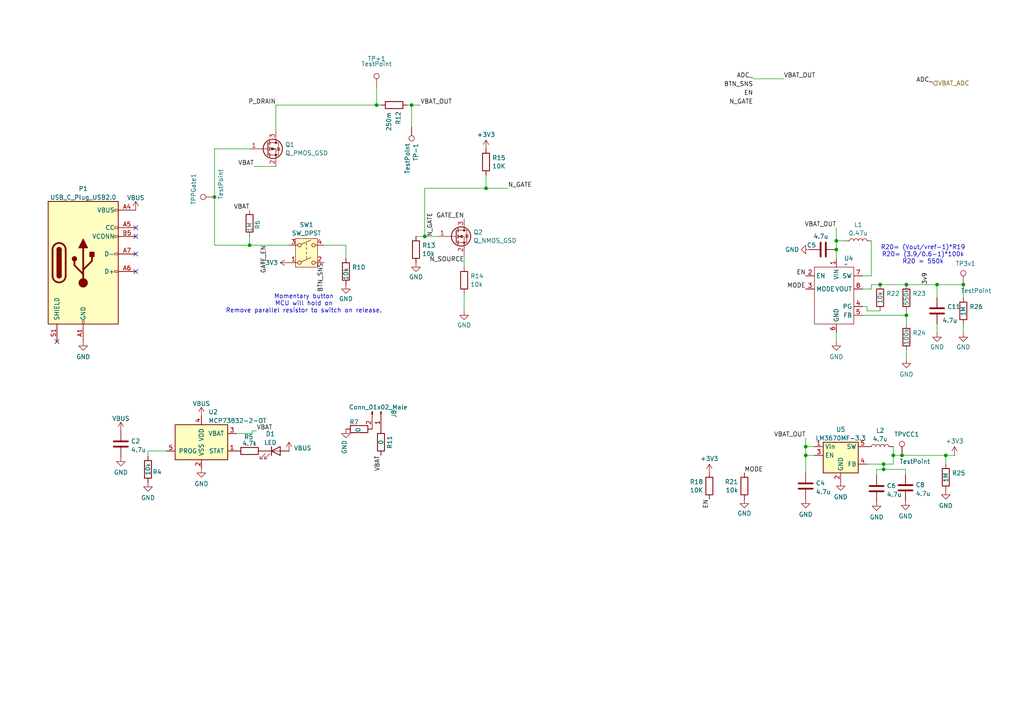
<source format=kicad_sch>
(kicad_sch
	(version 20231120)
	(generator "eeschema")
	(generator_version "8.0")
	(uuid "af368751-6661-42d0-b6c8-f720de83a29b")
	(paper "A4")
	(lib_symbols
		(symbol "Battery_Management:MCP73832-2-OT"
			(pin_names
				(offset 1.016)
			)
			(exclude_from_sim no)
			(in_bom yes)
			(on_board yes)
			(property "Reference" "U"
				(at -7.62 6.35 0)
				(effects
					(font
						(size 1.27 1.27)
					)
					(justify left)
				)
			)
			(property "Value" "MCP73832-2-OT"
				(at 1.27 6.35 0)
				(effects
					(font
						(size 1.27 1.27)
					)
					(justify left)
				)
			)
			(property "Footprint" "Package_TO_SOT_SMD:SOT-23-5"
				(at 1.27 -6.35 0)
				(effects
					(font
						(size 1.27 1.27)
						(italic yes)
					)
					(justify left)
					(hide yes)
				)
			)
			(property "Datasheet" "http://ww1.microchip.com/downloads/en/DeviceDoc/20001984g.pdf"
				(at -3.81 -1.27 0)
				(effects
					(font
						(size 1.27 1.27)
					)
					(hide yes)
				)
			)
			(property "Description" "Single cell, Li-Ion/Li-Po charge management controller, 4.20V, Open-Drain Status Output, in SOT23-5 package"
				(at 0 0 0)
				(effects
					(font
						(size 1.27 1.27)
					)
					(hide yes)
				)
			)
			(property "ki_keywords" "battery charger lithium"
				(at 0 0 0)
				(effects
					(font
						(size 1.27 1.27)
					)
					(hide yes)
				)
			)
			(property "ki_fp_filters" "SOT?23*"
				(at 0 0 0)
				(effects
					(font
						(size 1.27 1.27)
					)
					(hide yes)
				)
			)
			(symbol "MCP73832-2-OT_0_1"
				(rectangle
					(start -7.62 5.08)
					(end 7.62 -5.08)
					(stroke
						(width 0.254)
						(type default)
					)
					(fill
						(type background)
					)
				)
			)
			(symbol "MCP73832-2-OT_1_1"
				(pin output line
					(at 10.16 -2.54 180)
					(length 2.54)
					(name "STAT"
						(effects
							(font
								(size 1.27 1.27)
							)
						)
					)
					(number "1"
						(effects
							(font
								(size 1.27 1.27)
							)
						)
					)
				)
				(pin power_in line
					(at 0 -7.62 90)
					(length 2.54)
					(name "VSS"
						(effects
							(font
								(size 1.27 1.27)
							)
						)
					)
					(number "2"
						(effects
							(font
								(size 1.27 1.27)
							)
						)
					)
				)
				(pin power_out line
					(at 10.16 2.54 180)
					(length 2.54)
					(name "VBAT"
						(effects
							(font
								(size 1.27 1.27)
							)
						)
					)
					(number "3"
						(effects
							(font
								(size 1.27 1.27)
							)
						)
					)
				)
				(pin power_in line
					(at 0 7.62 270)
					(length 2.54)
					(name "VDD"
						(effects
							(font
								(size 1.27 1.27)
							)
						)
					)
					(number "4"
						(effects
							(font
								(size 1.27 1.27)
							)
						)
					)
				)
				(pin input line
					(at -10.16 -2.54 0)
					(length 2.54)
					(name "PROG"
						(effects
							(font
								(size 1.27 1.27)
							)
						)
					)
					(number "5"
						(effects
							(font
								(size 1.27 1.27)
							)
						)
					)
				)
			)
		)
		(symbol "Connector:Conn_01x02_Male"
			(pin_names
				(offset 1.016) hide)
			(exclude_from_sim no)
			(in_bom yes)
			(on_board yes)
			(property "Reference" "J"
				(at 0 2.54 0)
				(effects
					(font
						(size 1.27 1.27)
					)
				)
			)
			(property "Value" "Conn_01x02_Male"
				(at 0 -5.08 0)
				(effects
					(font
						(size 1.27 1.27)
					)
				)
			)
			(property "Footprint" ""
				(at 0 0 0)
				(effects
					(font
						(size 1.27 1.27)
					)
					(hide yes)
				)
			)
			(property "Datasheet" "~"
				(at 0 0 0)
				(effects
					(font
						(size 1.27 1.27)
					)
					(hide yes)
				)
			)
			(property "Description" "Generic connector, single row, 01x02, script generated (kicad-library-utils/schlib/autogen/connector/)"
				(at 0 0 0)
				(effects
					(font
						(size 1.27 1.27)
					)
					(hide yes)
				)
			)
			(property "ki_keywords" "connector"
				(at 0 0 0)
				(effects
					(font
						(size 1.27 1.27)
					)
					(hide yes)
				)
			)
			(property "ki_fp_filters" "Connector*:*_1x??_*"
				(at 0 0 0)
				(effects
					(font
						(size 1.27 1.27)
					)
					(hide yes)
				)
			)
			(symbol "Conn_01x02_Male_1_1"
				(polyline
					(pts
						(xy 1.27 -2.54) (xy 0.8636 -2.54)
					)
					(stroke
						(width 0.1524)
						(type default)
					)
					(fill
						(type none)
					)
				)
				(polyline
					(pts
						(xy 1.27 0) (xy 0.8636 0)
					)
					(stroke
						(width 0.1524)
						(type default)
					)
					(fill
						(type none)
					)
				)
				(rectangle
					(start 0.8636 -2.413)
					(end 0 -2.667)
					(stroke
						(width 0.1524)
						(type default)
					)
					(fill
						(type outline)
					)
				)
				(rectangle
					(start 0.8636 0.127)
					(end 0 -0.127)
					(stroke
						(width 0.1524)
						(type default)
					)
					(fill
						(type outline)
					)
				)
				(pin passive line
					(at 5.08 0 180)
					(length 3.81)
					(name "Pin_1"
						(effects
							(font
								(size 1.27 1.27)
							)
						)
					)
					(number "1"
						(effects
							(font
								(size 1.27 1.27)
							)
						)
					)
				)
				(pin passive line
					(at 5.08 -2.54 180)
					(length 3.81)
					(name "Pin_2"
						(effects
							(font
								(size 1.27 1.27)
							)
						)
					)
					(number "2"
						(effects
							(font
								(size 1.27 1.27)
							)
						)
					)
				)
			)
		)
		(symbol "Connector:TestPoint"
			(pin_numbers hide)
			(pin_names
				(offset 0.762) hide)
			(exclude_from_sim no)
			(in_bom yes)
			(on_board yes)
			(property "Reference" "TP"
				(at 0 6.858 0)
				(effects
					(font
						(size 1.27 1.27)
					)
				)
			)
			(property "Value" "TestPoint"
				(at 0 5.08 0)
				(effects
					(font
						(size 1.27 1.27)
					)
				)
			)
			(property "Footprint" ""
				(at 5.08 0 0)
				(effects
					(font
						(size 1.27 1.27)
					)
					(hide yes)
				)
			)
			(property "Datasheet" "~"
				(at 5.08 0 0)
				(effects
					(font
						(size 1.27 1.27)
					)
					(hide yes)
				)
			)
			(property "Description" "test point"
				(at 0 0 0)
				(effects
					(font
						(size 1.27 1.27)
					)
					(hide yes)
				)
			)
			(property "ki_keywords" "test point tp"
				(at 0 0 0)
				(effects
					(font
						(size 1.27 1.27)
					)
					(hide yes)
				)
			)
			(property "ki_fp_filters" "Pin* Test*"
				(at 0 0 0)
				(effects
					(font
						(size 1.27 1.27)
					)
					(hide yes)
				)
			)
			(symbol "TestPoint_0_1"
				(circle
					(center 0 3.302)
					(radius 0.762)
					(stroke
						(width 0)
						(type default)
					)
					(fill
						(type none)
					)
				)
			)
			(symbol "TestPoint_1_1"
				(pin passive line
					(at 0 0 90)
					(length 2.54)
					(name "1"
						(effects
							(font
								(size 1.27 1.27)
							)
						)
					)
					(number "1"
						(effects
							(font
								(size 1.27 1.27)
							)
						)
					)
				)
			)
		)
		(symbol "Connector:USB_C_Plug_USB2.0"
			(pin_names
				(offset 1.016)
			)
			(exclude_from_sim no)
			(in_bom yes)
			(on_board yes)
			(property "Reference" "P"
				(at -10.16 19.05 0)
				(effects
					(font
						(size 1.27 1.27)
					)
					(justify left)
				)
			)
			(property "Value" "USB_C_Plug_USB2.0"
				(at 12.7 19.05 0)
				(effects
					(font
						(size 1.27 1.27)
					)
					(justify right)
				)
			)
			(property "Footprint" ""
				(at 3.81 0 0)
				(effects
					(font
						(size 1.27 1.27)
					)
					(hide yes)
				)
			)
			(property "Datasheet" "https://www.usb.org/sites/default/files/documents/usb_type-c.zip"
				(at 3.81 0 0)
				(effects
					(font
						(size 1.27 1.27)
					)
					(hide yes)
				)
			)
			(property "Description" "USB 2.0-only Type-C Plug connector"
				(at 0 0 0)
				(effects
					(font
						(size 1.27 1.27)
					)
					(hide yes)
				)
			)
			(property "ki_keywords" "usb universal serial bus type-C USB2.0"
				(at 0 0 0)
				(effects
					(font
						(size 1.27 1.27)
					)
					(hide yes)
				)
			)
			(property "ki_fp_filters" "USB*C*Plug*"
				(at 0 0 0)
				(effects
					(font
						(size 1.27 1.27)
					)
					(hide yes)
				)
			)
			(symbol "USB_C_Plug_USB2.0_0_0"
				(rectangle
					(start -0.254 -17.78)
					(end 0.254 -16.764)
					(stroke
						(width 0)
						(type default)
					)
					(fill
						(type none)
					)
				)
				(rectangle
					(start 10.16 -2.286)
					(end 9.144 -2.794)
					(stroke
						(width 0)
						(type default)
					)
					(fill
						(type none)
					)
				)
				(rectangle
					(start 10.16 2.794)
					(end 9.144 2.286)
					(stroke
						(width 0)
						(type default)
					)
					(fill
						(type none)
					)
				)
				(rectangle
					(start 10.16 7.874)
					(end 9.144 7.366)
					(stroke
						(width 0)
						(type default)
					)
					(fill
						(type none)
					)
				)
				(rectangle
					(start 10.16 10.414)
					(end 9.144 9.906)
					(stroke
						(width 0)
						(type default)
					)
					(fill
						(type none)
					)
				)
				(rectangle
					(start 10.16 15.494)
					(end 9.144 14.986)
					(stroke
						(width 0)
						(type default)
					)
					(fill
						(type none)
					)
				)
			)
			(symbol "USB_C_Plug_USB2.0_0_1"
				(rectangle
					(start -10.16 17.78)
					(end 10.16 -17.78)
					(stroke
						(width 0.254)
						(type default)
					)
					(fill
						(type background)
					)
				)
				(arc
					(start -8.89 -3.81)
					(mid -6.985 -5.7066)
					(end -5.08 -3.81)
					(stroke
						(width 0.508)
						(type default)
					)
					(fill
						(type none)
					)
				)
				(arc
					(start -7.62 -3.81)
					(mid -6.985 -4.4422)
					(end -6.35 -3.81)
					(stroke
						(width 0.254)
						(type default)
					)
					(fill
						(type none)
					)
				)
				(arc
					(start -7.62 -3.81)
					(mid -6.985 -4.4422)
					(end -6.35 -3.81)
					(stroke
						(width 0.254)
						(type default)
					)
					(fill
						(type outline)
					)
				)
				(rectangle
					(start -7.62 -3.81)
					(end -6.35 3.81)
					(stroke
						(width 0.254)
						(type default)
					)
					(fill
						(type outline)
					)
				)
				(arc
					(start -6.35 3.81)
					(mid -6.985 4.4422)
					(end -7.62 3.81)
					(stroke
						(width 0.254)
						(type default)
					)
					(fill
						(type none)
					)
				)
				(arc
					(start -6.35 3.81)
					(mid -6.985 4.4422)
					(end -7.62 3.81)
					(stroke
						(width 0.254)
						(type default)
					)
					(fill
						(type outline)
					)
				)
				(arc
					(start -5.08 3.81)
					(mid -6.985 5.7066)
					(end -8.89 3.81)
					(stroke
						(width 0.508)
						(type default)
					)
					(fill
						(type none)
					)
				)
				(circle
					(center -2.54 1.143)
					(radius 0.635)
					(stroke
						(width 0.254)
						(type default)
					)
					(fill
						(type outline)
					)
				)
				(circle
					(center 0 -5.842)
					(radius 1.27)
					(stroke
						(width 0)
						(type default)
					)
					(fill
						(type outline)
					)
				)
				(polyline
					(pts
						(xy -8.89 -3.81) (xy -8.89 3.81)
					)
					(stroke
						(width 0.508)
						(type default)
					)
					(fill
						(type none)
					)
				)
				(polyline
					(pts
						(xy -5.08 3.81) (xy -5.08 -3.81)
					)
					(stroke
						(width 0.508)
						(type default)
					)
					(fill
						(type none)
					)
				)
				(polyline
					(pts
						(xy 0 -5.842) (xy 0 4.318)
					)
					(stroke
						(width 0.508)
						(type default)
					)
					(fill
						(type none)
					)
				)
				(polyline
					(pts
						(xy 0 -3.302) (xy -2.54 -0.762) (xy -2.54 0.508)
					)
					(stroke
						(width 0.508)
						(type default)
					)
					(fill
						(type none)
					)
				)
				(polyline
					(pts
						(xy 0 -2.032) (xy 2.54 0.508) (xy 2.54 1.778)
					)
					(stroke
						(width 0.508)
						(type default)
					)
					(fill
						(type none)
					)
				)
				(polyline
					(pts
						(xy -1.27 4.318) (xy 0 6.858) (xy 1.27 4.318) (xy -1.27 4.318)
					)
					(stroke
						(width 0.254)
						(type default)
					)
					(fill
						(type outline)
					)
				)
				(rectangle
					(start 1.905 1.778)
					(end 3.175 3.048)
					(stroke
						(width 0.254)
						(type default)
					)
					(fill
						(type outline)
					)
				)
			)
			(symbol "USB_C_Plug_USB2.0_1_1"
				(pin passive line
					(at 0 -22.86 90)
					(length 5.08)
					(name "GND"
						(effects
							(font
								(size 1.27 1.27)
							)
						)
					)
					(number "A1"
						(effects
							(font
								(size 1.27 1.27)
							)
						)
					)
				)
				(pin passive line
					(at 0 -22.86 90)
					(length 5.08) hide
					(name "GND"
						(effects
							(font
								(size 1.27 1.27)
							)
						)
					)
					(number "A12"
						(effects
							(font
								(size 1.27 1.27)
							)
						)
					)
				)
				(pin passive line
					(at 15.24 15.24 180)
					(length 5.08)
					(name "VBUS"
						(effects
							(font
								(size 1.27 1.27)
							)
						)
					)
					(number "A4"
						(effects
							(font
								(size 1.27 1.27)
							)
						)
					)
				)
				(pin bidirectional line
					(at 15.24 10.16 180)
					(length 5.08)
					(name "CC"
						(effects
							(font
								(size 1.27 1.27)
							)
						)
					)
					(number "A5"
						(effects
							(font
								(size 1.27 1.27)
							)
						)
					)
				)
				(pin bidirectional line
					(at 15.24 -2.54 180)
					(length 5.08)
					(name "D+"
						(effects
							(font
								(size 1.27 1.27)
							)
						)
					)
					(number "A6"
						(effects
							(font
								(size 1.27 1.27)
							)
						)
					)
				)
				(pin bidirectional line
					(at 15.24 2.54 180)
					(length 5.08)
					(name "D-"
						(effects
							(font
								(size 1.27 1.27)
							)
						)
					)
					(number "A7"
						(effects
							(font
								(size 1.27 1.27)
							)
						)
					)
				)
				(pin passive line
					(at 15.24 15.24 180)
					(length 5.08) hide
					(name "VBUS"
						(effects
							(font
								(size 1.27 1.27)
							)
						)
					)
					(number "A9"
						(effects
							(font
								(size 1.27 1.27)
							)
						)
					)
				)
				(pin passive line
					(at 0 -22.86 90)
					(length 5.08) hide
					(name "GND"
						(effects
							(font
								(size 1.27 1.27)
							)
						)
					)
					(number "B1"
						(effects
							(font
								(size 1.27 1.27)
							)
						)
					)
				)
				(pin passive line
					(at 0 -22.86 90)
					(length 5.08) hide
					(name "GND"
						(effects
							(font
								(size 1.27 1.27)
							)
						)
					)
					(number "B12"
						(effects
							(font
								(size 1.27 1.27)
							)
						)
					)
				)
				(pin passive line
					(at 15.24 15.24 180)
					(length 5.08) hide
					(name "VBUS"
						(effects
							(font
								(size 1.27 1.27)
							)
						)
					)
					(number "B4"
						(effects
							(font
								(size 1.27 1.27)
							)
						)
					)
				)
				(pin bidirectional line
					(at 15.24 7.62 180)
					(length 5.08)
					(name "VCONN"
						(effects
							(font
								(size 1.27 1.27)
							)
						)
					)
					(number "B5"
						(effects
							(font
								(size 1.27 1.27)
							)
						)
					)
				)
				(pin passive line
					(at 15.24 15.24 180)
					(length 5.08) hide
					(name "VBUS"
						(effects
							(font
								(size 1.27 1.27)
							)
						)
					)
					(number "B9"
						(effects
							(font
								(size 1.27 1.27)
							)
						)
					)
				)
				(pin passive line
					(at -7.62 -22.86 90)
					(length 5.08)
					(name "SHIELD"
						(effects
							(font
								(size 1.27 1.27)
							)
						)
					)
					(number "S1"
						(effects
							(font
								(size 1.27 1.27)
							)
						)
					)
				)
			)
		)
		(symbol "Device:C"
			(pin_numbers hide)
			(pin_names
				(offset 0.254)
			)
			(exclude_from_sim no)
			(in_bom yes)
			(on_board yes)
			(property "Reference" "C"
				(at 0.635 2.54 0)
				(effects
					(font
						(size 1.27 1.27)
					)
					(justify left)
				)
			)
			(property "Value" "C"
				(at 0.635 -2.54 0)
				(effects
					(font
						(size 1.27 1.27)
					)
					(justify left)
				)
			)
			(property "Footprint" ""
				(at 0.9652 -3.81 0)
				(effects
					(font
						(size 1.27 1.27)
					)
					(hide yes)
				)
			)
			(property "Datasheet" "~"
				(at 0 0 0)
				(effects
					(font
						(size 1.27 1.27)
					)
					(hide yes)
				)
			)
			(property "Description" "Unpolarized capacitor"
				(at 0 0 0)
				(effects
					(font
						(size 1.27 1.27)
					)
					(hide yes)
				)
			)
			(property "ki_keywords" "cap capacitor"
				(at 0 0 0)
				(effects
					(font
						(size 1.27 1.27)
					)
					(hide yes)
				)
			)
			(property "ki_fp_filters" "C_*"
				(at 0 0 0)
				(effects
					(font
						(size 1.27 1.27)
					)
					(hide yes)
				)
			)
			(symbol "C_0_1"
				(polyline
					(pts
						(xy -2.032 -0.762) (xy 2.032 -0.762)
					)
					(stroke
						(width 0.508)
						(type default)
					)
					(fill
						(type none)
					)
				)
				(polyline
					(pts
						(xy -2.032 0.762) (xy 2.032 0.762)
					)
					(stroke
						(width 0.508)
						(type default)
					)
					(fill
						(type none)
					)
				)
			)
			(symbol "C_1_1"
				(pin passive line
					(at 0 3.81 270)
					(length 2.794)
					(name "~"
						(effects
							(font
								(size 1.27 1.27)
							)
						)
					)
					(number "1"
						(effects
							(font
								(size 1.27 1.27)
							)
						)
					)
				)
				(pin passive line
					(at 0 -3.81 90)
					(length 2.794)
					(name "~"
						(effects
							(font
								(size 1.27 1.27)
							)
						)
					)
					(number "2"
						(effects
							(font
								(size 1.27 1.27)
							)
						)
					)
				)
			)
		)
		(symbol "Device:L"
			(pin_numbers hide)
			(pin_names
				(offset 1.016) hide)
			(exclude_from_sim no)
			(in_bom yes)
			(on_board yes)
			(property "Reference" "L"
				(at -1.27 0 90)
				(effects
					(font
						(size 1.27 1.27)
					)
				)
			)
			(property "Value" "L"
				(at 1.905 0 90)
				(effects
					(font
						(size 1.27 1.27)
					)
				)
			)
			(property "Footprint" ""
				(at 0 0 0)
				(effects
					(font
						(size 1.27 1.27)
					)
					(hide yes)
				)
			)
			(property "Datasheet" "~"
				(at 0 0 0)
				(effects
					(font
						(size 1.27 1.27)
					)
					(hide yes)
				)
			)
			(property "Description" "Inductor"
				(at 0 0 0)
				(effects
					(font
						(size 1.27 1.27)
					)
					(hide yes)
				)
			)
			(property "ki_keywords" "inductor choke coil reactor magnetic"
				(at 0 0 0)
				(effects
					(font
						(size 1.27 1.27)
					)
					(hide yes)
				)
			)
			(property "ki_fp_filters" "Choke_* *Coil* Inductor_* L_*"
				(at 0 0 0)
				(effects
					(font
						(size 1.27 1.27)
					)
					(hide yes)
				)
			)
			(symbol "L_0_1"
				(arc
					(start 0 -2.54)
					(mid 0.6323 -1.905)
					(end 0 -1.27)
					(stroke
						(width 0)
						(type default)
					)
					(fill
						(type none)
					)
				)
				(arc
					(start 0 -1.27)
					(mid 0.6323 -0.635)
					(end 0 0)
					(stroke
						(width 0)
						(type default)
					)
					(fill
						(type none)
					)
				)
				(arc
					(start 0 0)
					(mid 0.6323 0.635)
					(end 0 1.27)
					(stroke
						(width 0)
						(type default)
					)
					(fill
						(type none)
					)
				)
				(arc
					(start 0 1.27)
					(mid 0.6323 1.905)
					(end 0 2.54)
					(stroke
						(width 0)
						(type default)
					)
					(fill
						(type none)
					)
				)
			)
			(symbol "L_1_1"
				(pin passive line
					(at 0 3.81 270)
					(length 1.27)
					(name "1"
						(effects
							(font
								(size 1.27 1.27)
							)
						)
					)
					(number "1"
						(effects
							(font
								(size 1.27 1.27)
							)
						)
					)
				)
				(pin passive line
					(at 0 -3.81 90)
					(length 1.27)
					(name "2"
						(effects
							(font
								(size 1.27 1.27)
							)
						)
					)
					(number "2"
						(effects
							(font
								(size 1.27 1.27)
							)
						)
					)
				)
			)
		)
		(symbol "Device:LED"
			(pin_numbers hide)
			(pin_names
				(offset 1.016) hide)
			(exclude_from_sim no)
			(in_bom yes)
			(on_board yes)
			(property "Reference" "D"
				(at 0 2.54 0)
				(effects
					(font
						(size 1.27 1.27)
					)
				)
			)
			(property "Value" "LED"
				(at 0 -2.54 0)
				(effects
					(font
						(size 1.27 1.27)
					)
				)
			)
			(property "Footprint" ""
				(at 0 0 0)
				(effects
					(font
						(size 1.27 1.27)
					)
					(hide yes)
				)
			)
			(property "Datasheet" "~"
				(at 0 0 0)
				(effects
					(font
						(size 1.27 1.27)
					)
					(hide yes)
				)
			)
			(property "Description" "Light emitting diode"
				(at 0 0 0)
				(effects
					(font
						(size 1.27 1.27)
					)
					(hide yes)
				)
			)
			(property "ki_keywords" "LED diode"
				(at 0 0 0)
				(effects
					(font
						(size 1.27 1.27)
					)
					(hide yes)
				)
			)
			(property "ki_fp_filters" "LED* LED_SMD:* LED_THT:*"
				(at 0 0 0)
				(effects
					(font
						(size 1.27 1.27)
					)
					(hide yes)
				)
			)
			(symbol "LED_0_1"
				(polyline
					(pts
						(xy -1.27 -1.27) (xy -1.27 1.27)
					)
					(stroke
						(width 0.254)
						(type default)
					)
					(fill
						(type none)
					)
				)
				(polyline
					(pts
						(xy -1.27 0) (xy 1.27 0)
					)
					(stroke
						(width 0)
						(type default)
					)
					(fill
						(type none)
					)
				)
				(polyline
					(pts
						(xy 1.27 -1.27) (xy 1.27 1.27) (xy -1.27 0) (xy 1.27 -1.27)
					)
					(stroke
						(width 0.254)
						(type default)
					)
					(fill
						(type none)
					)
				)
				(polyline
					(pts
						(xy -3.048 -0.762) (xy -4.572 -2.286) (xy -3.81 -2.286) (xy -4.572 -2.286) (xy -4.572 -1.524)
					)
					(stroke
						(width 0)
						(type default)
					)
					(fill
						(type none)
					)
				)
				(polyline
					(pts
						(xy -1.778 -0.762) (xy -3.302 -2.286) (xy -2.54 -2.286) (xy -3.302 -2.286) (xy -3.302 -1.524)
					)
					(stroke
						(width 0)
						(type default)
					)
					(fill
						(type none)
					)
				)
			)
			(symbol "LED_1_1"
				(pin passive line
					(at -3.81 0 0)
					(length 2.54)
					(name "K"
						(effects
							(font
								(size 1.27 1.27)
							)
						)
					)
					(number "1"
						(effects
							(font
								(size 1.27 1.27)
							)
						)
					)
				)
				(pin passive line
					(at 3.81 0 180)
					(length 2.54)
					(name "A"
						(effects
							(font
								(size 1.27 1.27)
							)
						)
					)
					(number "2"
						(effects
							(font
								(size 1.27 1.27)
							)
						)
					)
				)
			)
		)
		(symbol "Device:Q_NMOS_GSD"
			(pin_names
				(offset 0) hide)
			(exclude_from_sim no)
			(in_bom yes)
			(on_board yes)
			(property "Reference" "Q"
				(at 5.08 1.27 0)
				(effects
					(font
						(size 1.27 1.27)
					)
					(justify left)
				)
			)
			(property "Value" "Q_NMOS_GSD"
				(at 5.08 -1.27 0)
				(effects
					(font
						(size 1.27 1.27)
					)
					(justify left)
				)
			)
			(property "Footprint" ""
				(at 5.08 2.54 0)
				(effects
					(font
						(size 1.27 1.27)
					)
					(hide yes)
				)
			)
			(property "Datasheet" "~"
				(at 0 0 0)
				(effects
					(font
						(size 1.27 1.27)
					)
					(hide yes)
				)
			)
			(property "Description" "N-MOSFET transistor, gate/source/drain"
				(at 0 0 0)
				(effects
					(font
						(size 1.27 1.27)
					)
					(hide yes)
				)
			)
			(property "ki_keywords" "transistor NMOS N-MOS N-MOSFET"
				(at 0 0 0)
				(effects
					(font
						(size 1.27 1.27)
					)
					(hide yes)
				)
			)
			(symbol "Q_NMOS_GSD_0_1"
				(polyline
					(pts
						(xy 0.254 0) (xy -2.54 0)
					)
					(stroke
						(width 0)
						(type default)
					)
					(fill
						(type none)
					)
				)
				(polyline
					(pts
						(xy 0.254 1.905) (xy 0.254 -1.905)
					)
					(stroke
						(width 0.254)
						(type default)
					)
					(fill
						(type none)
					)
				)
				(polyline
					(pts
						(xy 0.762 -1.27) (xy 0.762 -2.286)
					)
					(stroke
						(width 0.254)
						(type default)
					)
					(fill
						(type none)
					)
				)
				(polyline
					(pts
						(xy 0.762 0.508) (xy 0.762 -0.508)
					)
					(stroke
						(width 0.254)
						(type default)
					)
					(fill
						(type none)
					)
				)
				(polyline
					(pts
						(xy 0.762 2.286) (xy 0.762 1.27)
					)
					(stroke
						(width 0.254)
						(type default)
					)
					(fill
						(type none)
					)
				)
				(polyline
					(pts
						(xy 2.54 2.54) (xy 2.54 1.778)
					)
					(stroke
						(width 0)
						(type default)
					)
					(fill
						(type none)
					)
				)
				(polyline
					(pts
						(xy 2.54 -2.54) (xy 2.54 0) (xy 0.762 0)
					)
					(stroke
						(width 0)
						(type default)
					)
					(fill
						(type none)
					)
				)
				(polyline
					(pts
						(xy 0.762 -1.778) (xy 3.302 -1.778) (xy 3.302 1.778) (xy 0.762 1.778)
					)
					(stroke
						(width 0)
						(type default)
					)
					(fill
						(type none)
					)
				)
				(polyline
					(pts
						(xy 1.016 0) (xy 2.032 0.381) (xy 2.032 -0.381) (xy 1.016 0)
					)
					(stroke
						(width 0)
						(type default)
					)
					(fill
						(type outline)
					)
				)
				(polyline
					(pts
						(xy 2.794 0.508) (xy 2.921 0.381) (xy 3.683 0.381) (xy 3.81 0.254)
					)
					(stroke
						(width 0)
						(type default)
					)
					(fill
						(type none)
					)
				)
				(polyline
					(pts
						(xy 3.302 0.381) (xy 2.921 -0.254) (xy 3.683 -0.254) (xy 3.302 0.381)
					)
					(stroke
						(width 0)
						(type default)
					)
					(fill
						(type none)
					)
				)
				(circle
					(center 1.651 0)
					(radius 2.794)
					(stroke
						(width 0.254)
						(type default)
					)
					(fill
						(type none)
					)
				)
				(circle
					(center 2.54 -1.778)
					(radius 0.254)
					(stroke
						(width 0)
						(type default)
					)
					(fill
						(type outline)
					)
				)
				(circle
					(center 2.54 1.778)
					(radius 0.254)
					(stroke
						(width 0)
						(type default)
					)
					(fill
						(type outline)
					)
				)
			)
			(symbol "Q_NMOS_GSD_1_1"
				(pin input line
					(at -5.08 0 0)
					(length 2.54)
					(name "G"
						(effects
							(font
								(size 1.27 1.27)
							)
						)
					)
					(number "1"
						(effects
							(font
								(size 1.27 1.27)
							)
						)
					)
				)
				(pin passive line
					(at 2.54 -5.08 90)
					(length 2.54)
					(name "S"
						(effects
							(font
								(size 1.27 1.27)
							)
						)
					)
					(number "2"
						(effects
							(font
								(size 1.27 1.27)
							)
						)
					)
				)
				(pin passive line
					(at 2.54 5.08 270)
					(length 2.54)
					(name "D"
						(effects
							(font
								(size 1.27 1.27)
							)
						)
					)
					(number "3"
						(effects
							(font
								(size 1.27 1.27)
							)
						)
					)
				)
			)
		)
		(symbol "Device:Q_PMOS_GSD"
			(pin_names
				(offset 0) hide)
			(exclude_from_sim no)
			(in_bom yes)
			(on_board yes)
			(property "Reference" "Q"
				(at 5.08 1.27 0)
				(effects
					(font
						(size 1.27 1.27)
					)
					(justify left)
				)
			)
			(property "Value" "Q_PMOS_GSD"
				(at 5.08 -1.27 0)
				(effects
					(font
						(size 1.27 1.27)
					)
					(justify left)
				)
			)
			(property "Footprint" ""
				(at 5.08 2.54 0)
				(effects
					(font
						(size 1.27 1.27)
					)
					(hide yes)
				)
			)
			(property "Datasheet" "~"
				(at 0 0 0)
				(effects
					(font
						(size 1.27 1.27)
					)
					(hide yes)
				)
			)
			(property "Description" "P-MOSFET transistor, gate/source/drain"
				(at 0 0 0)
				(effects
					(font
						(size 1.27 1.27)
					)
					(hide yes)
				)
			)
			(property "ki_keywords" "transistor PMOS P-MOS P-MOSFET"
				(at 0 0 0)
				(effects
					(font
						(size 1.27 1.27)
					)
					(hide yes)
				)
			)
			(symbol "Q_PMOS_GSD_0_1"
				(polyline
					(pts
						(xy 0.254 0) (xy -2.54 0)
					)
					(stroke
						(width 0)
						(type default)
					)
					(fill
						(type none)
					)
				)
				(polyline
					(pts
						(xy 0.254 1.905) (xy 0.254 -1.905)
					)
					(stroke
						(width 0.254)
						(type default)
					)
					(fill
						(type none)
					)
				)
				(polyline
					(pts
						(xy 0.762 -1.27) (xy 0.762 -2.286)
					)
					(stroke
						(width 0.254)
						(type default)
					)
					(fill
						(type none)
					)
				)
				(polyline
					(pts
						(xy 0.762 0.508) (xy 0.762 -0.508)
					)
					(stroke
						(width 0.254)
						(type default)
					)
					(fill
						(type none)
					)
				)
				(polyline
					(pts
						(xy 0.762 2.286) (xy 0.762 1.27)
					)
					(stroke
						(width 0.254)
						(type default)
					)
					(fill
						(type none)
					)
				)
				(polyline
					(pts
						(xy 2.54 2.54) (xy 2.54 1.778)
					)
					(stroke
						(width 0)
						(type default)
					)
					(fill
						(type none)
					)
				)
				(polyline
					(pts
						(xy 2.54 -2.54) (xy 2.54 0) (xy 0.762 0)
					)
					(stroke
						(width 0)
						(type default)
					)
					(fill
						(type none)
					)
				)
				(polyline
					(pts
						(xy 0.762 1.778) (xy 3.302 1.778) (xy 3.302 -1.778) (xy 0.762 -1.778)
					)
					(stroke
						(width 0)
						(type default)
					)
					(fill
						(type none)
					)
				)
				(polyline
					(pts
						(xy 2.286 0) (xy 1.27 0.381) (xy 1.27 -0.381) (xy 2.286 0)
					)
					(stroke
						(width 0)
						(type default)
					)
					(fill
						(type outline)
					)
				)
				(polyline
					(pts
						(xy 2.794 -0.508) (xy 2.921 -0.381) (xy 3.683 -0.381) (xy 3.81 -0.254)
					)
					(stroke
						(width 0)
						(type default)
					)
					(fill
						(type none)
					)
				)
				(polyline
					(pts
						(xy 3.302 -0.381) (xy 2.921 0.254) (xy 3.683 0.254) (xy 3.302 -0.381)
					)
					(stroke
						(width 0)
						(type default)
					)
					(fill
						(type none)
					)
				)
				(circle
					(center 1.651 0)
					(radius 2.794)
					(stroke
						(width 0.254)
						(type default)
					)
					(fill
						(type none)
					)
				)
				(circle
					(center 2.54 -1.778)
					(radius 0.254)
					(stroke
						(width 0)
						(type default)
					)
					(fill
						(type outline)
					)
				)
				(circle
					(center 2.54 1.778)
					(radius 0.254)
					(stroke
						(width 0)
						(type default)
					)
					(fill
						(type outline)
					)
				)
			)
			(symbol "Q_PMOS_GSD_1_1"
				(pin input line
					(at -5.08 0 0)
					(length 2.54)
					(name "G"
						(effects
							(font
								(size 1.27 1.27)
							)
						)
					)
					(number "1"
						(effects
							(font
								(size 1.27 1.27)
							)
						)
					)
				)
				(pin passive line
					(at 2.54 -5.08 90)
					(length 2.54)
					(name "S"
						(effects
							(font
								(size 1.27 1.27)
							)
						)
					)
					(number "2"
						(effects
							(font
								(size 1.27 1.27)
							)
						)
					)
				)
				(pin passive line
					(at 2.54 5.08 270)
					(length 2.54)
					(name "D"
						(effects
							(font
								(size 1.27 1.27)
							)
						)
					)
					(number "3"
						(effects
							(font
								(size 1.27 1.27)
							)
						)
					)
				)
			)
		)
		(symbol "Device:R"
			(pin_numbers hide)
			(pin_names
				(offset 0)
			)
			(exclude_from_sim no)
			(in_bom yes)
			(on_board yes)
			(property "Reference" "R"
				(at 2.032 0 90)
				(effects
					(font
						(size 1.27 1.27)
					)
				)
			)
			(property "Value" "R"
				(at 0 0 90)
				(effects
					(font
						(size 1.27 1.27)
					)
				)
			)
			(property "Footprint" ""
				(at -1.778 0 90)
				(effects
					(font
						(size 1.27 1.27)
					)
					(hide yes)
				)
			)
			(property "Datasheet" "~"
				(at 0 0 0)
				(effects
					(font
						(size 1.27 1.27)
					)
					(hide yes)
				)
			)
			(property "Description" "Resistor"
				(at 0 0 0)
				(effects
					(font
						(size 1.27 1.27)
					)
					(hide yes)
				)
			)
			(property "ki_keywords" "R res resistor"
				(at 0 0 0)
				(effects
					(font
						(size 1.27 1.27)
					)
					(hide yes)
				)
			)
			(property "ki_fp_filters" "R_*"
				(at 0 0 0)
				(effects
					(font
						(size 1.27 1.27)
					)
					(hide yes)
				)
			)
			(symbol "R_0_1"
				(rectangle
					(start -1.016 -2.54)
					(end 1.016 2.54)
					(stroke
						(width 0.254)
						(type default)
					)
					(fill
						(type none)
					)
				)
			)
			(symbol "R_1_1"
				(pin passive line
					(at 0 3.81 270)
					(length 1.27)
					(name "~"
						(effects
							(font
								(size 1.27 1.27)
							)
						)
					)
					(number "1"
						(effects
							(font
								(size 1.27 1.27)
							)
						)
					)
				)
				(pin passive line
					(at 0 -3.81 90)
					(length 1.27)
					(name "~"
						(effects
							(font
								(size 1.27 1.27)
							)
						)
					)
					(number "2"
						(effects
							(font
								(size 1.27 1.27)
							)
						)
					)
				)
			)
		)
		(symbol "GND_1"
			(power)
			(pin_numbers hide)
			(pin_names
				(offset 0) hide)
			(exclude_from_sim no)
			(in_bom yes)
			(on_board yes)
			(property "Reference" "#PWR"
				(at 0 -6.35 0)
				(effects
					(font
						(size 1.27 1.27)
					)
					(hide yes)
				)
			)
			(property "Value" "GND"
				(at 0 -3.81 0)
				(effects
					(font
						(size 1.27 1.27)
					)
				)
			)
			(property "Footprint" ""
				(at 0 0 0)
				(effects
					(font
						(size 1.27 1.27)
					)
					(hide yes)
				)
			)
			(property "Datasheet" ""
				(at 0 0 0)
				(effects
					(font
						(size 1.27 1.27)
					)
					(hide yes)
				)
			)
			(property "Description" "Power symbol creates a global label with name \"GND\" , ground"
				(at 0 0 0)
				(effects
					(font
						(size 1.27 1.27)
					)
					(hide yes)
				)
			)
			(property "ki_keywords" "global power"
				(at 0 0 0)
				(effects
					(font
						(size 1.27 1.27)
					)
					(hide yes)
				)
			)
			(symbol "GND_1_0_1"
				(polyline
					(pts
						(xy 0 0) (xy 0 -1.27) (xy 1.27 -1.27) (xy 0 -2.54) (xy -1.27 -1.27) (xy 0 -1.27)
					)
					(stroke
						(width 0)
						(type default)
					)
					(fill
						(type none)
					)
				)
			)
			(symbol "GND_1_1_1"
				(pin power_in line
					(at 0 0 270)
					(length 0)
					(name "~"
						(effects
							(font
								(size 1.27 1.27)
							)
						)
					)
					(number "1"
						(effects
							(font
								(size 1.27 1.27)
							)
						)
					)
				)
			)
		)
		(symbol "GND_2"
			(power)
			(pin_numbers hide)
			(pin_names
				(offset 0) hide)
			(exclude_from_sim no)
			(in_bom yes)
			(on_board yes)
			(property "Reference" "#PWR"
				(at 0 -6.35 0)
				(effects
					(font
						(size 1.27 1.27)
					)
					(hide yes)
				)
			)
			(property "Value" "GND"
				(at 0 -3.81 0)
				(effects
					(font
						(size 1.27 1.27)
					)
				)
			)
			(property "Footprint" ""
				(at 0 0 0)
				(effects
					(font
						(size 1.27 1.27)
					)
					(hide yes)
				)
			)
			(property "Datasheet" ""
				(at 0 0 0)
				(effects
					(font
						(size 1.27 1.27)
					)
					(hide yes)
				)
			)
			(property "Description" "Power symbol creates a global label with name \"GND\" , ground"
				(at 0 0 0)
				(effects
					(font
						(size 1.27 1.27)
					)
					(hide yes)
				)
			)
			(property "ki_keywords" "global power"
				(at 0 0 0)
				(effects
					(font
						(size 1.27 1.27)
					)
					(hide yes)
				)
			)
			(symbol "GND_2_0_1"
				(polyline
					(pts
						(xy 0 0) (xy 0 -1.27) (xy 1.27 -1.27) (xy 0 -2.54) (xy -1.27 -1.27) (xy 0 -1.27)
					)
					(stroke
						(width 0)
						(type default)
					)
					(fill
						(type none)
					)
				)
			)
			(symbol "GND_2_1_1"
				(pin power_in line
					(at 0 0 270)
					(length 0)
					(name "~"
						(effects
							(font
								(size 1.27 1.27)
							)
						)
					)
					(number "1"
						(effects
							(font
								(size 1.27 1.27)
							)
						)
					)
				)
			)
		)
		(symbol "GND_3"
			(power)
			(pin_numbers hide)
			(pin_names
				(offset 0) hide)
			(exclude_from_sim no)
			(in_bom yes)
			(on_board yes)
			(property "Reference" "#PWR"
				(at 0 -6.35 0)
				(effects
					(font
						(size 1.27 1.27)
					)
					(hide yes)
				)
			)
			(property "Value" "GND"
				(at 0 -3.81 0)
				(effects
					(font
						(size 1.27 1.27)
					)
				)
			)
			(property "Footprint" ""
				(at 0 0 0)
				(effects
					(font
						(size 1.27 1.27)
					)
					(hide yes)
				)
			)
			(property "Datasheet" ""
				(at 0 0 0)
				(effects
					(font
						(size 1.27 1.27)
					)
					(hide yes)
				)
			)
			(property "Description" "Power symbol creates a global label with name \"GND\" , ground"
				(at 0 0 0)
				(effects
					(font
						(size 1.27 1.27)
					)
					(hide yes)
				)
			)
			(property "ki_keywords" "global power"
				(at 0 0 0)
				(effects
					(font
						(size 1.27 1.27)
					)
					(hide yes)
				)
			)
			(symbol "GND_3_0_1"
				(polyline
					(pts
						(xy 0 0) (xy 0 -1.27) (xy 1.27 -1.27) (xy 0 -2.54) (xy -1.27 -1.27) (xy 0 -1.27)
					)
					(stroke
						(width 0)
						(type default)
					)
					(fill
						(type none)
					)
				)
			)
			(symbol "GND_3_1_1"
				(pin power_in line
					(at 0 0 270)
					(length 0)
					(name "~"
						(effects
							(font
								(size 1.27 1.27)
							)
						)
					)
					(number "1"
						(effects
							(font
								(size 1.27 1.27)
							)
						)
					)
				)
			)
		)
		(symbol "GND_4"
			(power)
			(pin_numbers hide)
			(pin_names
				(offset 0) hide)
			(exclude_from_sim no)
			(in_bom yes)
			(on_board yes)
			(property "Reference" "#PWR"
				(at 0 -6.35 0)
				(effects
					(font
						(size 1.27 1.27)
					)
					(hide yes)
				)
			)
			(property "Value" "GND"
				(at 0 -3.81 0)
				(effects
					(font
						(size 1.27 1.27)
					)
				)
			)
			(property "Footprint" ""
				(at 0 0 0)
				(effects
					(font
						(size 1.27 1.27)
					)
					(hide yes)
				)
			)
			(property "Datasheet" ""
				(at 0 0 0)
				(effects
					(font
						(size 1.27 1.27)
					)
					(hide yes)
				)
			)
			(property "Description" "Power symbol creates a global label with name \"GND\" , ground"
				(at 0 0 0)
				(effects
					(font
						(size 1.27 1.27)
					)
					(hide yes)
				)
			)
			(property "ki_keywords" "global power"
				(at 0 0 0)
				(effects
					(font
						(size 1.27 1.27)
					)
					(hide yes)
				)
			)
			(symbol "GND_4_0_1"
				(polyline
					(pts
						(xy 0 0) (xy 0 -1.27) (xy 1.27 -1.27) (xy 0 -2.54) (xy -1.27 -1.27) (xy 0 -1.27)
					)
					(stroke
						(width 0)
						(type default)
					)
					(fill
						(type none)
					)
				)
			)
			(symbol "GND_4_1_1"
				(pin power_in line
					(at 0 0 270)
					(length 0)
					(name "~"
						(effects
							(font
								(size 1.27 1.27)
							)
						)
					)
					(number "1"
						(effects
							(font
								(size 1.27 1.27)
							)
						)
					)
				)
			)
		)
		(symbol "Regulator_Switching:LM3670MF"
			(exclude_from_sim no)
			(in_bom yes)
			(on_board yes)
			(property "Reference" "U"
				(at -5.08 5.08 0)
				(effects
					(font
						(size 1.27 1.27)
					)
					(justify left)
				)
			)
			(property "Value" "LM3670MF"
				(at 0 5.08 0)
				(effects
					(font
						(size 1.27 1.27)
					)
					(justify left)
				)
			)
			(property "Footprint" "Package_TO_SOT_SMD:TSOT-23-5"
				(at 1.27 -6.35 0)
				(effects
					(font
						(size 1.27 1.27)
					)
					(justify left)
					(hide yes)
				)
			)
			(property "Datasheet" "http://www.ti.com/lit/ds/symlink/lm3670.pdf"
				(at -6.35 -8.89 0)
				(effects
					(font
						(size 1.27 1.27)
					)
					(hide yes)
				)
			)
			(property "Description" "Miniature Step-Down DC-DC Converter for Ultralow Voltage Circuits, 2.5V < Vin < 5.5V, adjustable output voltage, SOT-23-5"
				(at 0 0 0)
				(effects
					(font
						(size 1.27 1.27)
					)
					(hide yes)
				)
			)
			(property "ki_keywords" "DC-DC buck converter step down voltage regulator"
				(at 0 0 0)
				(effects
					(font
						(size 1.27 1.27)
					)
					(hide yes)
				)
			)
			(property "ki_fp_filters" "TSOT?23*"
				(at 0 0 0)
				(effects
					(font
						(size 1.27 1.27)
					)
					(hide yes)
				)
			)
			(symbol "LM3670MF_0_1"
				(rectangle
					(start -5.08 3.81)
					(end 5.08 -5.08)
					(stroke
						(width 0.254)
						(type default)
					)
					(fill
						(type background)
					)
				)
			)
			(symbol "LM3670MF_1_1"
				(pin power_in line
					(at -7.62 2.54 0)
					(length 2.54)
					(name "Vin"
						(effects
							(font
								(size 1.27 1.27)
							)
						)
					)
					(number "1"
						(effects
							(font
								(size 1.27 1.27)
							)
						)
					)
				)
				(pin power_in line
					(at 0 -7.62 90)
					(length 2.54)
					(name "GND"
						(effects
							(font
								(size 1.27 1.27)
							)
						)
					)
					(number "2"
						(effects
							(font
								(size 1.27 1.27)
							)
						)
					)
				)
				(pin input line
					(at -7.62 0 0)
					(length 2.54)
					(name "EN"
						(effects
							(font
								(size 1.27 1.27)
							)
						)
					)
					(number "3"
						(effects
							(font
								(size 1.27 1.27)
							)
						)
					)
				)
				(pin input line
					(at 7.62 -2.54 180)
					(length 2.54)
					(name "FB"
						(effects
							(font
								(size 1.27 1.27)
							)
						)
					)
					(number "4"
						(effects
							(font
								(size 1.27 1.27)
							)
						)
					)
				)
				(pin input line
					(at 7.62 2.54 180)
					(length 2.54)
					(name "SW"
						(effects
							(font
								(size 1.27 1.27)
							)
						)
					)
					(number "5"
						(effects
							(font
								(size 1.27 1.27)
							)
						)
					)
				)
			)
		)
		(symbol "Switch:SW_DPST"
			(pin_names
				(offset 0) hide)
			(exclude_from_sim no)
			(in_bom yes)
			(on_board yes)
			(property "Reference" "SW"
				(at 0 6.35 0)
				(effects
					(font
						(size 1.27 1.27)
					)
				)
			)
			(property "Value" "SW_DPST"
				(at 0 -5.08 0)
				(effects
					(font
						(size 1.27 1.27)
					)
				)
			)
			(property "Footprint" ""
				(at 0 0 0)
				(effects
					(font
						(size 1.27 1.27)
					)
					(hide yes)
				)
			)
			(property "Datasheet" "~"
				(at 0 0 0)
				(effects
					(font
						(size 1.27 1.27)
					)
					(hide yes)
				)
			)
			(property "Description" "Double Pole Single Throw (DPST) Switch"
				(at 0 0 0)
				(effects
					(font
						(size 1.27 1.27)
					)
					(hide yes)
				)
			)
			(property "ki_keywords" "switch dual double-pole single-throw OFF-ON"
				(at 0 0 0)
				(effects
					(font
						(size 1.27 1.27)
					)
					(hide yes)
				)
			)
			(symbol "SW_DPST_0_0"
				(circle
					(center -2.032 -2.54)
					(radius 0.508)
					(stroke
						(width 0)
						(type default)
					)
					(fill
						(type none)
					)
				)
				(circle
					(center -2.032 2.54)
					(radius 0.508)
					(stroke
						(width 0)
						(type default)
					)
					(fill
						(type none)
					)
				)
				(polyline
					(pts
						(xy -1.524 -2.286) (xy 1.27 -1.016)
					)
					(stroke
						(width 0)
						(type default)
					)
					(fill
						(type none)
					)
				)
				(polyline
					(pts
						(xy -1.524 2.794) (xy 1.27 4.064)
					)
					(stroke
						(width 0)
						(type default)
					)
					(fill
						(type none)
					)
				)
				(polyline
					(pts
						(xy 0 -1.27) (xy 0 -0.635)
					)
					(stroke
						(width 0)
						(type default)
					)
					(fill
						(type none)
					)
				)
				(polyline
					(pts
						(xy 0 0) (xy 0 0.635)
					)
					(stroke
						(width 0)
						(type default)
					)
					(fill
						(type none)
					)
				)
				(polyline
					(pts
						(xy 0 1.27) (xy 0 1.905)
					)
					(stroke
						(width 0)
						(type default)
					)
					(fill
						(type none)
					)
				)
				(polyline
					(pts
						(xy 0 2.54) (xy 0 3.175)
					)
					(stroke
						(width 0)
						(type default)
					)
					(fill
						(type none)
					)
				)
				(circle
					(center 2.032 -2.54)
					(radius 0.508)
					(stroke
						(width 0)
						(type default)
					)
					(fill
						(type none)
					)
				)
				(circle
					(center 2.032 2.54)
					(radius 0.508)
					(stroke
						(width 0)
						(type default)
					)
					(fill
						(type none)
					)
				)
			)
			(symbol "SW_DPST_1_1"
				(rectangle
					(start -3.175 4.445)
					(end 3.175 -3.81)
					(stroke
						(width 0)
						(type default)
					)
					(fill
						(type background)
					)
				)
				(pin passive line
					(at -5.08 -2.54 0)
					(length 2.54)
					(name "1"
						(effects
							(font
								(size 1.27 1.27)
							)
						)
					)
					(number "1"
						(effects
							(font
								(size 1.27 1.27)
							)
						)
					)
				)
				(pin passive line
					(at 5.08 -2.54 180)
					(length 2.54)
					(name "2"
						(effects
							(font
								(size 1.27 1.27)
							)
						)
					)
					(number "2"
						(effects
							(font
								(size 1.27 1.27)
							)
						)
					)
				)
				(pin passive line
					(at -5.08 2.54 0)
					(length 2.54)
					(name "3"
						(effects
							(font
								(size 1.27 1.27)
							)
						)
					)
					(number "3"
						(effects
							(font
								(size 1.27 1.27)
							)
						)
					)
				)
				(pin passive line
					(at 5.08 2.54 180)
					(length 2.54)
					(name "4"
						(effects
							(font
								(size 1.27 1.27)
							)
						)
					)
					(number "4"
						(effects
							(font
								(size 1.27 1.27)
							)
						)
					)
				)
			)
		)
		(symbol "library:TPS61033"
			(exclude_from_sim no)
			(in_bom yes)
			(on_board yes)
			(property "Reference" "U"
				(at 0 0 0)
				(effects
					(font
						(size 1.27 1.27)
					)
				)
			)
			(property "Value" ""
				(at 0 0 0)
				(effects
					(font
						(size 1.27 1.27)
					)
				)
			)
			(property "Footprint" ""
				(at 0 0 0)
				(effects
					(font
						(size 1.27 1.27)
					)
					(hide yes)
				)
			)
			(property "Datasheet" ""
				(at 0 0 0)
				(effects
					(font
						(size 1.27 1.27)
					)
					(hide yes)
				)
			)
			(property "Description" ""
				(at 0 0 0)
				(effects
					(font
						(size 1.27 1.27)
					)
					(hide yes)
				)
			)
			(symbol "TPS61033_0_0"
				(pin power_in line
					(at 15.24 -6.35 270)
					(length 2.54)
					(name "VIN"
						(effects
							(font
								(size 1.27 1.27)
							)
						)
					)
					(number "1"
						(effects
							(font
								(size 1.27 1.27)
							)
						)
					)
				)
				(pin input line
					(at 6.35 -11.43 0)
					(length 2.54)
					(name "EN"
						(effects
							(font
								(size 1.27 1.27)
							)
						)
					)
					(number "2"
						(effects
							(font
								(size 1.27 1.27)
							)
						)
					)
				)
				(pin input line
					(at 6.35 -15.24 0)
					(length 2.54)
					(name "MODE"
						(effects
							(font
								(size 1.27 1.27)
							)
						)
					)
					(number "3"
						(effects
							(font
								(size 1.27 1.27)
							)
						)
					)
				)
				(pin output line
					(at 22.86 -20.32 180)
					(length 2.54)
					(name "PG"
						(effects
							(font
								(size 1.27 1.27)
							)
						)
					)
					(number "4"
						(effects
							(font
								(size 1.27 1.27)
							)
						)
					)
				)
				(pin input line
					(at 22.86 -22.86 180)
					(length 2.54)
					(name "FB"
						(effects
							(font
								(size 1.27 1.27)
							)
						)
					)
					(number "5"
						(effects
							(font
								(size 1.27 1.27)
							)
						)
					)
				)
				(pin power_in line
					(at 15.24 -27.94 90)
					(length 2.54)
					(name "GND"
						(effects
							(font
								(size 1.27 1.27)
							)
						)
					)
					(number "6"
						(effects
							(font
								(size 1.27 1.27)
							)
						)
					)
				)
				(pin power_in line
					(at 22.86 -11.43 180)
					(length 2.54)
					(name "SW"
						(effects
							(font
								(size 1.27 1.27)
							)
						)
					)
					(number "7"
						(effects
							(font
								(size 1.27 1.27)
							)
						)
					)
				)
				(pin power_out line
					(at 22.86 -15.24 180)
					(length 2.54)
					(name "VOUT"
						(effects
							(font
								(size 1.27 1.27)
							)
						)
					)
					(number "8"
						(effects
							(font
								(size 1.27 1.27)
							)
						)
					)
				)
			)
			(symbol "TPS61033_0_1"
				(rectangle
					(start 8.89 -8.89)
					(end 20.32 -25.4)
					(stroke
						(width 0)
						(type default)
					)
					(fill
						(type none)
					)
				)
			)
		)
		(symbol "power:+3V3"
			(power)
			(pin_numbers hide)
			(pin_names
				(offset 0) hide)
			(exclude_from_sim no)
			(in_bom yes)
			(on_board yes)
			(property "Reference" "#PWR"
				(at 0 -3.81 0)
				(effects
					(font
						(size 1.27 1.27)
					)
					(hide yes)
				)
			)
			(property "Value" "+3V3"
				(at 0 3.556 0)
				(effects
					(font
						(size 1.27 1.27)
					)
				)
			)
			(property "Footprint" ""
				(at 0 0 0)
				(effects
					(font
						(size 1.27 1.27)
					)
					(hide yes)
				)
			)
			(property "Datasheet" ""
				(at 0 0 0)
				(effects
					(font
						(size 1.27 1.27)
					)
					(hide yes)
				)
			)
			(property "Description" "Power symbol creates a global label with name \"+3V3\""
				(at 0 0 0)
				(effects
					(font
						(size 1.27 1.27)
					)
					(hide yes)
				)
			)
			(property "ki_keywords" "global power"
				(at 0 0 0)
				(effects
					(font
						(size 1.27 1.27)
					)
					(hide yes)
				)
			)
			(symbol "+3V3_0_1"
				(polyline
					(pts
						(xy -0.762 1.27) (xy 0 2.54)
					)
					(stroke
						(width 0)
						(type default)
					)
					(fill
						(type none)
					)
				)
				(polyline
					(pts
						(xy 0 0) (xy 0 2.54)
					)
					(stroke
						(width 0)
						(type default)
					)
					(fill
						(type none)
					)
				)
				(polyline
					(pts
						(xy 0 2.54) (xy 0.762 1.27)
					)
					(stroke
						(width 0)
						(type default)
					)
					(fill
						(type none)
					)
				)
			)
			(symbol "+3V3_1_1"
				(pin power_in line
					(at 0 0 90)
					(length 0)
					(name "~"
						(effects
							(font
								(size 1.27 1.27)
							)
						)
					)
					(number "1"
						(effects
							(font
								(size 1.27 1.27)
							)
						)
					)
				)
			)
		)
		(symbol "power:GND"
			(power)
			(pin_names
				(offset 0)
			)
			(exclude_from_sim no)
			(in_bom yes)
			(on_board yes)
			(property "Reference" "#PWR"
				(at 0 -6.35 0)
				(effects
					(font
						(size 1.27 1.27)
					)
					(hide yes)
				)
			)
			(property "Value" "GND"
				(at 0 -3.81 0)
				(effects
					(font
						(size 1.27 1.27)
					)
				)
			)
			(property "Footprint" ""
				(at 0 0 0)
				(effects
					(font
						(size 1.27 1.27)
					)
					(hide yes)
				)
			)
			(property "Datasheet" ""
				(at 0 0 0)
				(effects
					(font
						(size 1.27 1.27)
					)
					(hide yes)
				)
			)
			(property "Description" "Power symbol creates a global label with name \"GND\" , ground"
				(at 0 0 0)
				(effects
					(font
						(size 1.27 1.27)
					)
					(hide yes)
				)
			)
			(property "ki_keywords" "power-flag"
				(at 0 0 0)
				(effects
					(font
						(size 1.27 1.27)
					)
					(hide yes)
				)
			)
			(symbol "GND_0_1"
				(polyline
					(pts
						(xy 0 0) (xy 0 -1.27) (xy 1.27 -1.27) (xy 0 -2.54) (xy -1.27 -1.27) (xy 0 -1.27)
					)
					(stroke
						(width 0)
						(type default)
					)
					(fill
						(type none)
					)
				)
			)
			(symbol "GND_1_1"
				(pin power_in line
					(at 0 0 270)
					(length 0) hide
					(name "GND"
						(effects
							(font
								(size 1.27 1.27)
							)
						)
					)
					(number "1"
						(effects
							(font
								(size 1.27 1.27)
							)
						)
					)
				)
			)
		)
		(symbol "power:VBUS"
			(power)
			(pin_numbers hide)
			(pin_names
				(offset 0) hide)
			(exclude_from_sim no)
			(in_bom yes)
			(on_board yes)
			(property "Reference" "#PWR"
				(at 0 -3.81 0)
				(effects
					(font
						(size 1.27 1.27)
					)
					(hide yes)
				)
			)
			(property "Value" "VBUS"
				(at 0 3.556 0)
				(effects
					(font
						(size 1.27 1.27)
					)
				)
			)
			(property "Footprint" ""
				(at 0 0 0)
				(effects
					(font
						(size 1.27 1.27)
					)
					(hide yes)
				)
			)
			(property "Datasheet" ""
				(at 0 0 0)
				(effects
					(font
						(size 1.27 1.27)
					)
					(hide yes)
				)
			)
			(property "Description" "Power symbol creates a global label with name \"VBUS\""
				(at 0 0 0)
				(effects
					(font
						(size 1.27 1.27)
					)
					(hide yes)
				)
			)
			(property "ki_keywords" "global power"
				(at 0 0 0)
				(effects
					(font
						(size 1.27 1.27)
					)
					(hide yes)
				)
			)
			(symbol "VBUS_0_1"
				(polyline
					(pts
						(xy -0.762 1.27) (xy 0 2.54)
					)
					(stroke
						(width 0)
						(type default)
					)
					(fill
						(type none)
					)
				)
				(polyline
					(pts
						(xy 0 0) (xy 0 2.54)
					)
					(stroke
						(width 0)
						(type default)
					)
					(fill
						(type none)
					)
				)
				(polyline
					(pts
						(xy 0 2.54) (xy 0.762 1.27)
					)
					(stroke
						(width 0)
						(type default)
					)
					(fill
						(type none)
					)
				)
			)
			(symbol "VBUS_1_1"
				(pin power_in line
					(at 0 0 90)
					(length 0)
					(name "~"
						(effects
							(font
								(size 1.27 1.27)
							)
						)
					)
					(number "1"
						(effects
							(font
								(size 1.27 1.27)
							)
						)
					)
				)
			)
		)
	)
	(junction
		(at 242.57 69.85)
		(diameter 0)
		(color 0 0 0 0)
		(uuid "02c40a58-53e7-485d-893a-3f327a8c5ea6")
	)
	(junction
		(at 256.286 136.144)
		(diameter 0)
		(color 0 0 0 0)
		(uuid "03869ad6-8474-4316-b800-7e90000dfc33")
	)
	(junction
		(at 109.22 30.48)
		(diameter 0)
		(color 0 0 0 0)
		(uuid "10e9f3da-d1af-4255-8b8c-fbf69807647f")
	)
	(junction
		(at 271.78 82.55)
		(diameter 0)
		(color 0 0 0 0)
		(uuid "163afb58-467f-4de3-9231-534f5fb15dab")
	)
	(junction
		(at 259.08 132.08)
		(diameter 0)
		(color 0 0 0 0)
		(uuid "34b52520-0d6f-4a14-9130-03667c86b769")
	)
	(junction
		(at 261.62 132.08)
		(diameter 0)
		(color 0 0 0 0)
		(uuid "4b4df920-b941-4e13-a9bd-8524eafbacbd")
	)
	(junction
		(at 140.97 54.61)
		(diameter 0)
		(color 0 0 0 0)
		(uuid "58e4e224-a8b5-4941-a6a8-ccb2de5b66a1")
	)
	(junction
		(at 255.27 82.55)
		(diameter 0)
		(color 0 0 0 0)
		(uuid "5bdbbe04-2738-463d-9ae7-89a01e2c2d41")
	)
	(junction
		(at 242.57 72.39)
		(diameter 0)
		(color 0 0 0 0)
		(uuid "6f69e95a-6f6d-445c-b94b-69b28ca0f2c4")
	)
	(junction
		(at 233.68 132.08)
		(diameter 0)
		(color 0 0 0 0)
		(uuid "7c53c7fe-2652-446c-8f64-a56db1e89014")
	)
	(junction
		(at 274.32 132.08)
		(diameter 0)
		(color 0 0 0 0)
		(uuid "7d222722-6637-4220-b5f3-061c38fdc625")
	)
	(junction
		(at 72.39 71.12)
		(diameter 0)
		(color 0 0 0 0)
		(uuid "94d36bdc-4e77-46ec-a5a9-87b0a106545a")
	)
	(junction
		(at 62.23 57.15)
		(diameter 0)
		(color 0 0 0 0)
		(uuid "a85e9a64-c160-419d-a576-f339f34b7192")
	)
	(junction
		(at 279.4 82.55)
		(diameter 0)
		(color 0 0 0 0)
		(uuid "b94b71cd-7893-4d91-8306-f258fe8dacf7")
	)
	(junction
		(at 233.68 129.54)
		(diameter 0)
		(color 0 0 0 0)
		(uuid "bc4c7502-356c-4e31-a5fb-87a372a3df8e")
	)
	(junction
		(at 256.286 134.62)
		(diameter 0)
		(color 0 0 0 0)
		(uuid "cc363b09-d71f-41b2-933a-e2264cf08e66")
	)
	(junction
		(at 123.19 68.58)
		(diameter 0)
		(color 0 0 0 0)
		(uuid "cdd50efb-c384-4db7-b0b6-570796f5c185")
	)
	(junction
		(at 262.89 82.55)
		(diameter 0)
		(color 0 0 0 0)
		(uuid "e83090d5-00c3-4f91-ba46-f074950d90d4")
	)
	(junction
		(at 262.89 91.44)
		(diameter 0)
		(color 0 0 0 0)
		(uuid "f1e54538-5ce2-4523-a698-4d9ce0bcfe0f")
	)
	(junction
		(at 119.38 30.48)
		(diameter 0)
		(color 0 0 0 0)
		(uuid "f8e9f442-c125-4906-846f-c942ac401c70")
	)
	(no_connect
		(at 39.37 68.58)
		(uuid "1071be1a-16a1-412a-8dce-fec4828d0c83")
	)
	(no_connect
		(at 39.37 66.04)
		(uuid "2d1afc42-1b10-47f7-a70a-d4eb2c40b829")
	)
	(no_connect
		(at 39.37 78.74)
		(uuid "91d26898-b72d-48bf-a773-0cf71c036a54")
	)
	(no_connect
		(at 39.37 73.66)
		(uuid "a5590b6c-41c5-4e48-b969-70e83ffe5c76")
	)
	(no_connect
		(at 16.51 99.06)
		(uuid "e95dc891-3d58-4cf4-a666-65144fff2ac4")
	)
	(wire
		(pts
			(xy 262.89 90.17) (xy 262.89 91.44)
		)
		(stroke
			(width 0)
			(type default)
		)
		(uuid "08de838a-dc80-4d0e-b1bd-697b72c42166")
	)
	(wire
		(pts
			(xy 119.38 30.48) (xy 118.11 30.48)
		)
		(stroke
			(width 0)
			(type default)
		)
		(uuid "15262501-cde7-4e06-a6c5-4ab0b6b3756b")
	)
	(wire
		(pts
			(xy 274.32 132.08) (xy 274.32 134.62)
		)
		(stroke
			(width 0)
			(type default)
		)
		(uuid "180b6b01-7980-48d2-a4c2-884fee138a2f")
	)
	(wire
		(pts
			(xy 62.23 71.12) (xy 72.39 71.12)
		)
		(stroke
			(width 0)
			(type default)
		)
		(uuid "1eff80f7-4969-4aaf-bd3c-5488ee317440")
	)
	(wire
		(pts
			(xy 250.19 83.82) (xy 252.73 83.82)
		)
		(stroke
			(width 0)
			(type default)
		)
		(uuid "2260afd0-97c6-4ba7-abfe-9bf86ad2aec3")
	)
	(wire
		(pts
			(xy 259.08 132.08) (xy 259.08 134.62)
		)
		(stroke
			(width 0)
			(type default)
		)
		(uuid "23838ec4-cbf8-4926-b24c-3325fb88c1e2")
	)
	(wire
		(pts
			(xy 72.39 68.58) (xy 72.39 71.12)
		)
		(stroke
			(width 0)
			(type default)
		)
		(uuid "24bf0683-a422-4487-a785-c7825ff743fb")
	)
	(wire
		(pts
			(xy 255.27 82.55) (xy 262.89 82.55)
		)
		(stroke
			(width 0)
			(type default)
		)
		(uuid "251178be-3fb8-4e7d-808f-72ae957ffa16")
	)
	(wire
		(pts
			(xy 242.57 69.85) (xy 242.57 72.39)
		)
		(stroke
			(width 0)
			(type default)
		)
		(uuid "29aa4238-c49e-45bf-b194-a66d53c196da")
	)
	(wire
		(pts
			(xy 271.78 82.55) (xy 271.78 86.36)
		)
		(stroke
			(width 0)
			(type default)
		)
		(uuid "2d499ada-6789-4c48-99c3-c08a0b6c0b43")
	)
	(wire
		(pts
			(xy 251.46 90.17) (xy 255.27 90.17)
		)
		(stroke
			(width 0)
			(type default)
		)
		(uuid "303bf79d-6287-4cba-807c-d4ae7bea241d")
	)
	(wire
		(pts
			(xy 262.89 91.44) (xy 262.89 93.98)
		)
		(stroke
			(width 0)
			(type default)
		)
		(uuid "32c62c33-5356-4a35-b2ff-58f2a2eda09a")
	)
	(wire
		(pts
			(xy 245.11 69.85) (xy 242.57 69.85)
		)
		(stroke
			(width 0)
			(type default)
		)
		(uuid "33f40326-5329-447b-83c0-2cb7dc4e7a8c")
	)
	(wire
		(pts
			(xy 100.33 71.12) (xy 100.33 74.93)
		)
		(stroke
			(width 0)
			(type default)
		)
		(uuid "34871c03-e7ad-447b-9dd8-06daa9d5a6b4")
	)
	(wire
		(pts
			(xy 72.39 71.12) (xy 83.82 71.12)
		)
		(stroke
			(width 0)
			(type default)
		)
		(uuid "3ca4dc59-685d-4fae-9803-16bee3647bba")
	)
	(wire
		(pts
			(xy 251.46 134.62) (xy 256.286 134.62)
		)
		(stroke
			(width 0)
			(type default)
		)
		(uuid "3eec98da-a175-46f3-b065-a0a7b35a5613")
	)
	(wire
		(pts
			(xy 140.97 54.61) (xy 147.32 54.61)
		)
		(stroke
			(width 0)
			(type default)
		)
		(uuid "42b880f8-a5cb-4a21-9ef8-722389931915")
	)
	(wire
		(pts
			(xy 256.286 136.144) (xy 254.254 136.144)
		)
		(stroke
			(width 0)
			(type default)
		)
		(uuid "42eb6055-a3e0-4d6e-bf93-06da79107b7c")
	)
	(wire
		(pts
			(xy 256.286 134.62) (xy 259.08 134.62)
		)
		(stroke
			(width 0)
			(type default)
		)
		(uuid "434535fc-515b-453c-8e4e-55edfd73c989")
	)
	(wire
		(pts
			(xy 73.152 125.73) (xy 68.58 125.73)
		)
		(stroke
			(width 0)
			(type default)
		)
		(uuid "43bc08b7-22bf-4732-b7f9-585ba91d3908")
	)
	(wire
		(pts
			(xy 271.78 82.55) (xy 262.89 82.55)
		)
		(stroke
			(width 0)
			(type default)
		)
		(uuid "4507eb7d-a8bc-473a-b8ad-80cbdd35dcdc")
	)
	(wire
		(pts
			(xy 271.78 82.55) (xy 279.4 82.55)
		)
		(stroke
			(width 0)
			(type default)
		)
		(uuid "47fd6ef4-f60f-4e57-9c4b-cb934c071a6e")
	)
	(wire
		(pts
			(xy 134.62 73.66) (xy 134.62 77.47)
		)
		(stroke
			(width 0)
			(type default)
		)
		(uuid "4845148a-89b4-4f76-a8c2-bef4326dcd31")
	)
	(wire
		(pts
			(xy 123.19 68.58) (xy 123.19 54.61)
		)
		(stroke
			(width 0)
			(type default)
		)
		(uuid "4eaeb0b8-6af7-4b1f-8f18-aa3d22153af9")
	)
	(wire
		(pts
			(xy 62.23 43.18) (xy 62.23 57.15)
		)
		(stroke
			(width 0)
			(type default)
		)
		(uuid "50c0bca0-8af8-4783-9ef9-5ec3d180f663")
	)
	(wire
		(pts
			(xy 123.19 54.61) (xy 140.97 54.61)
		)
		(stroke
			(width 0)
			(type default)
		)
		(uuid "56efc2a2-d1a2-4da7-9124-d4ee0dcde7b3")
	)
	(wire
		(pts
			(xy 242.57 66.04) (xy 242.57 69.85)
		)
		(stroke
			(width 0)
			(type default)
		)
		(uuid "59210072-867a-4910-97b2-070185913676")
	)
	(wire
		(pts
			(xy 80.01 30.48) (xy 109.22 30.48)
		)
		(stroke
			(width 0)
			(type default)
		)
		(uuid "5d317f08-673e-4fc4-8e34-059dbb1463da")
	)
	(wire
		(pts
			(xy 279.4 93.98) (xy 279.4 96.52)
		)
		(stroke
			(width 0)
			(type default)
		)
		(uuid "686b9bb3-d698-49e4-9631-955c16fc9b28")
	)
	(wire
		(pts
			(xy 73.66 48.26) (xy 80.01 48.26)
		)
		(stroke
			(width 0)
			(type default)
		)
		(uuid "6d96ae52-2b34-4ca2-a50b-9e1ce5a954e9")
	)
	(wire
		(pts
			(xy 109.22 25.4) (xy 109.22 30.48)
		)
		(stroke
			(width 0)
			(type default)
		)
		(uuid "71a2a14b-e606-4401-a3e0-615d2b0e85b6")
	)
	(wire
		(pts
			(xy 119.38 30.48) (xy 119.38 36.83)
		)
		(stroke
			(width 0)
			(type default)
		)
		(uuid "7484959f-007c-4e64-80bb-c8ffce66d38b")
	)
	(wire
		(pts
			(xy 120.65 68.58) (xy 123.19 68.58)
		)
		(stroke
			(width 0)
			(type default)
		)
		(uuid "75114c1b-260f-463e-8047-537c585e24dc")
	)
	(wire
		(pts
			(xy 218.44 22.86) (xy 227.33 22.86)
		)
		(stroke
			(width 0)
			(type default)
		)
		(uuid "7753a52a-8549-4c33-88dc-0686310a6aa6")
	)
	(wire
		(pts
			(xy 72.39 43.18) (xy 62.23 43.18)
		)
		(stroke
			(width 0)
			(type default)
		)
		(uuid "7c976eca-983a-4efb-b5dd-611b5230a61d")
	)
	(wire
		(pts
			(xy 274.32 132.08) (xy 276.86 132.08)
		)
		(stroke
			(width 0)
			(type default)
		)
		(uuid "88b51cd8-e4a8-46e5-89e3-09f5562c58b1")
	)
	(wire
		(pts
			(xy 262.89 104.14) (xy 262.89 101.6)
		)
		(stroke
			(width 0)
			(type default)
		)
		(uuid "899a209f-c350-46e2-81ac-671030686cda")
	)
	(wire
		(pts
			(xy 73.152 124.968) (xy 73.152 125.73)
		)
		(stroke
			(width 0)
			(type default)
		)
		(uuid "8b62851a-54ee-46a0-864c-3a545c23e888")
	)
	(wire
		(pts
			(xy 279.4 82.55) (xy 279.4 86.36)
		)
		(stroke
			(width 0)
			(type default)
		)
		(uuid "900f629a-0fe7-4903-84ea-3f9c9c014916")
	)
	(wire
		(pts
			(xy 242.57 99.06) (xy 242.57 96.52)
		)
		(stroke
			(width 0)
			(type default)
		)
		(uuid "91eb52df-c6a4-45ad-932a-eb6f3f147e51")
	)
	(wire
		(pts
			(xy 261.62 132.08) (xy 274.32 132.08)
		)
		(stroke
			(width 0)
			(type default)
		)
		(uuid "96808ff8-be9b-438c-955c-42b8fcd2443f")
	)
	(wire
		(pts
			(xy 121.92 30.48) (xy 119.38 30.48)
		)
		(stroke
			(width 0)
			(type default)
		)
		(uuid "9985772a-fcbe-4e4d-b50a-0a81a0b683a2")
	)
	(wire
		(pts
			(xy 74.422 124.968) (xy 73.152 124.968)
		)
		(stroke
			(width 0)
			(type default)
		)
		(uuid "aa0e8a31-c557-4aa3-91e2-98c59f195894")
	)
	(wire
		(pts
			(xy 123.19 68.58) (xy 127 68.58)
		)
		(stroke
			(width 0)
			(type default)
		)
		(uuid "adceefe3-6ce4-40cd-80d1-12dbe5993d6f")
	)
	(wire
		(pts
			(xy 256.286 134.62) (xy 256.286 136.144)
		)
		(stroke
			(width 0)
			(type default)
		)
		(uuid "adfe66b3-9c5d-4f41-9536-2b93634afba3")
	)
	(wire
		(pts
			(xy 42.926 130.81) (xy 42.926 132.334)
		)
		(stroke
			(width 0)
			(type default)
		)
		(uuid "b0fc298f-204f-43e1-a6d6-5f20a15d3397")
	)
	(wire
		(pts
			(xy 262.636 136.144) (xy 262.636 137.668)
		)
		(stroke
			(width 0)
			(type default)
		)
		(uuid "b70cefd7-182c-4878-a978-52ee3c01d559")
	)
	(wire
		(pts
			(xy 259.08 129.54) (xy 259.08 132.08)
		)
		(stroke
			(width 0)
			(type default)
		)
		(uuid "b78bc956-ef9f-4160-8906-3df3ec797da3")
	)
	(wire
		(pts
			(xy 250.19 80.01) (xy 252.73 80.01)
		)
		(stroke
			(width 0)
			(type default)
		)
		(uuid "b7bb46d6-0723-4bda-8cd7-a037602be628")
	)
	(wire
		(pts
			(xy 233.68 129.54) (xy 236.22 129.54)
		)
		(stroke
			(width 0)
			(type default)
		)
		(uuid "b9f7b3ff-1b8c-4b37-8dc0-7520b1b9f84e")
	)
	(wire
		(pts
			(xy 252.73 80.01) (xy 252.73 69.85)
		)
		(stroke
			(width 0)
			(type default)
		)
		(uuid "ba240275-8113-4fc6-80d1-df25ea510a19")
	)
	(wire
		(pts
			(xy 259.08 132.08) (xy 261.62 132.08)
		)
		(stroke
			(width 0)
			(type default)
		)
		(uuid "bd02398f-4bf2-44ca-b6e3-0e9c8009e33a")
	)
	(wire
		(pts
			(xy 48.26 130.81) (xy 42.926 130.81)
		)
		(stroke
			(width 0)
			(type default)
		)
		(uuid "be0bc3b2-0518-4164-a734-bd5fed4cb325")
	)
	(wire
		(pts
			(xy 256.286 136.144) (xy 262.636 136.144)
		)
		(stroke
			(width 0)
			(type default)
		)
		(uuid "c415fe68-f9e3-4f80-9264-991bbbff5c3f")
	)
	(wire
		(pts
			(xy 250.19 88.9) (xy 251.46 88.9)
		)
		(stroke
			(width 0)
			(type default)
		)
		(uuid "c4e45c29-a474-48ab-ad02-b0051483dd32")
	)
	(wire
		(pts
			(xy 93.98 71.12) (xy 100.33 71.12)
		)
		(stroke
			(width 0)
			(type default)
		)
		(uuid "c538e565-2769-42aa-9bd8-a64c788f9229")
	)
	(wire
		(pts
			(xy 236.22 132.08) (xy 233.68 132.08)
		)
		(stroke
			(width 0)
			(type default)
		)
		(uuid "d0adbc21-ca35-4944-b3d8-3378b609a2e5")
	)
	(wire
		(pts
			(xy 233.68 132.08) (xy 233.68 129.54)
		)
		(stroke
			(width 0)
			(type default)
		)
		(uuid "d1d55edc-ab6f-4c24-8a39-ab464dbdd62b")
	)
	(wire
		(pts
			(xy 251.46 88.9) (xy 251.46 90.17)
		)
		(stroke
			(width 0)
			(type default)
		)
		(uuid "d52a2a52-b29e-4595-9d9a-65acfb2fd3eb")
	)
	(wire
		(pts
			(xy 242.57 72.39) (xy 242.57 74.93)
		)
		(stroke
			(width 0)
			(type default)
		)
		(uuid "df257c31-0c18-47e1-a4dc-13345c06c05f")
	)
	(wire
		(pts
			(xy 271.78 96.52) (xy 271.78 93.98)
		)
		(stroke
			(width 0)
			(type default)
		)
		(uuid "e43a280d-ea40-4f89-83b8-d0489b8e9e26")
	)
	(wire
		(pts
			(xy 80.01 38.1) (xy 80.01 30.48)
		)
		(stroke
			(width 0)
			(type default)
		)
		(uuid "e58f2257-8d6a-4616-91e6-e2917972ca0f")
	)
	(wire
		(pts
			(xy 233.68 137.16) (xy 233.68 132.08)
		)
		(stroke
			(width 0)
			(type default)
		)
		(uuid "e5992e5b-7931-4036-b8e6-717020f4971e")
	)
	(wire
		(pts
			(xy 140.97 50.8) (xy 140.97 54.61)
		)
		(stroke
			(width 0)
			(type default)
		)
		(uuid "e66134a9-c7d8-4410-a9c7-4d777dcecaeb")
	)
	(wire
		(pts
			(xy 252.73 82.55) (xy 255.27 82.55)
		)
		(stroke
			(width 0)
			(type default)
		)
		(uuid "ebd8f636-ba05-4065-a44e-8ca0378adf32")
	)
	(wire
		(pts
			(xy 252.73 83.82) (xy 252.73 82.55)
		)
		(stroke
			(width 0)
			(type default)
		)
		(uuid "edbc3a17-85c2-489a-b114-51a7ee9d0c55")
	)
	(wire
		(pts
			(xy 62.23 57.15) (xy 62.23 71.12)
		)
		(stroke
			(width 0)
			(type default)
		)
		(uuid "f6446689-8338-4ec7-80da-8d4ba2edb132")
	)
	(wire
		(pts
			(xy 250.19 91.44) (xy 262.89 91.44)
		)
		(stroke
			(width 0)
			(type default)
		)
		(uuid "f80f11c4-536e-40d7-9da1-67a585984287")
	)
	(wire
		(pts
			(xy 233.68 127) (xy 233.68 129.54)
		)
		(stroke
			(width 0)
			(type default)
		)
		(uuid "fcd169c3-9b37-4524-8ba2-ca779821824e")
	)
	(wire
		(pts
			(xy 110.49 30.48) (xy 109.22 30.48)
		)
		(stroke
			(width 0)
			(type default)
		)
		(uuid "feb835c3-0b23-42f5-879a-c6ff05f76801")
	)
	(wire
		(pts
			(xy 254.254 136.144) (xy 254.254 137.922)
		)
		(stroke
			(width 0)
			(type default)
		)
		(uuid "fec31058-e8fb-4e6f-9c53-01499f47eb43")
	)
	(wire
		(pts
			(xy 134.62 85.09) (xy 134.62 90.17)
		)
		(stroke
			(width 0)
			(type default)
		)
		(uuid "ff8d7d46-d6ef-4a44-9fc1-d074868fd17d")
	)
	(text "R20= (Vout/vref-1)*R19\nR20= (3.9/0.6-1)*100k\nR20 = 550k"
		(exclude_from_sim no)
		(at 267.716 73.914 0)
		(effects
			(font
				(size 1.27 1.27)
			)
		)
		(uuid "12fdb930-1eea-4c1b-a862-db1d5376b5a9")
	)
	(text "Momentary button\nMCU will hold on\nRemove parallel resistor to switch on release."
		(exclude_from_sim no)
		(at 88.138 88.138 0)
		(effects
			(font
				(size 1.27 1.27)
			)
		)
		(uuid "791aeb09-6900-4e4f-8755-b7dc86ab803a")
	)
	(label "N_GATE"
		(at 125.73 68.58 90)
		(fields_autoplaced yes)
		(effects
			(font
				(size 1.27 1.27)
			)
			(justify left bottom)
		)
		(uuid "1c06ee13-0f72-400a-b8b9-4bc1781fa2e9")
	)
	(label "GATE_EN"
		(at 77.47 71.12 270)
		(fields_autoplaced yes)
		(effects
			(font
				(size 1.27 1.27)
			)
			(justify right bottom)
		)
		(uuid "1d89cf8e-b112-4ef4-a0ea-456f03fb7251")
	)
	(label "EN"
		(at 218.44 27.94 180)
		(fields_autoplaced yes)
		(effects
			(font
				(size 1.27 1.27)
			)
			(justify right bottom)
		)
		(uuid "266cdfb6-37e0-437d-b21b-265b0b71b27b")
	)
	(label "VBAT_OUT"
		(at 227.33 22.86 0)
		(fields_autoplaced yes)
		(effects
			(font
				(size 1.27 1.27)
			)
			(justify left bottom)
		)
		(uuid "42cdd84e-82e8-4fb7-a0cb-b144bfac35bb")
	)
	(label "MODE"
		(at 215.9 137.16 0)
		(fields_autoplaced yes)
		(effects
			(font
				(size 1.27 1.27)
			)
			(justify left bottom)
		)
		(uuid "459101aa-2cc7-497e-aa85-4476edd8674a")
	)
	(label "VBAT_OUT"
		(at 233.68 127 180)
		(fields_autoplaced yes)
		(effects
			(font
				(size 1.27 1.27)
			)
			(justify right bottom)
		)
		(uuid "4c7b3060-7547-46fc-aafe-b6b1058b3697")
	)
	(label "BTN_SNS"
		(at 93.98 76.2 270)
		(fields_autoplaced yes)
		(effects
			(font
				(size 1.27 1.27)
			)
			(justify right bottom)
		)
		(uuid "661b280a-8e85-47e3-b88a-c25b62a5d348")
	)
	(label "3v9"
		(at 269.24 82.55 90)
		(fields_autoplaced yes)
		(effects
			(font
				(size 1.27 1.27)
			)
			(justify left bottom)
		)
		(uuid "664fd9f6-c332-47b2-9152-9c365694760c")
	)
	(label "ADC_"
		(at 270.51 24.13 180)
		(fields_autoplaced yes)
		(effects
			(font
				(size 1.27 1.27)
			)
			(justify right bottom)
		)
		(uuid "701c39d1-2935-4883-88d7-99e7300c4cd8")
	)
	(label "EN"
		(at 233.68 80.01 180)
		(fields_autoplaced yes)
		(effects
			(font
				(size 1.27 1.27)
			)
			(justify right bottom)
		)
		(uuid "7885ba6d-e7f7-4c1d-8003-a2dcfaa7d389")
	)
	(label "VBAT_OUT"
		(at 242.57 66.04 180)
		(fields_autoplaced yes)
		(effects
			(font
				(size 1.27 1.27)
			)
			(justify right bottom)
		)
		(uuid "7e140fea-6996-45b5-9605-b2fb4155afe4")
	)
	(label "VBAT"
		(at 73.66 48.26 180)
		(fields_autoplaced yes)
		(effects
			(font
				(size 1.27 1.27)
			)
			(justify right bottom)
		)
		(uuid "7ed676af-c7f9-4d51-aa7f-fbdfb5b4a2fb")
	)
	(label "EN"
		(at 205.74 144.78 270)
		(fields_autoplaced yes)
		(effects
			(font
				(size 1.27 1.27)
			)
			(justify right bottom)
		)
		(uuid "8254c55e-f9e2-40c8-bf29-f1ece8457874")
	)
	(label "N_GATE"
		(at 218.44 30.48 180)
		(fields_autoplaced yes)
		(effects
			(font
				(size 1.27 1.27)
			)
			(justify right bottom)
		)
		(uuid "864c025c-e528-431e-8ba4-b7e26ad39ff4")
	)
	(label "P_DRAIN"
		(at 80.01 30.48 180)
		(fields_autoplaced yes)
		(effects
			(font
				(size 1.27 1.27)
			)
			(justify right bottom)
		)
		(uuid "867ce23c-5d28-4f86-9639-3ef3ce9a68f6")
	)
	(label "ADC_"
		(at 218.44 22.86 180)
		(fields_autoplaced yes)
		(effects
			(font
				(size 1.27 1.27)
			)
			(justify right bottom)
		)
		(uuid "8e6e9914-5b44-4b46-ba4c-4b9c38e5f049")
	)
	(label "VBAT_OUT"
		(at 121.92 30.48 0)
		(fields_autoplaced yes)
		(effects
			(font
				(size 1.27 1.27)
			)
			(justify left bottom)
		)
		(uuid "9a55a16a-8bc5-4ca5-bcdf-9edc77c4cfdf")
	)
	(label "MODE"
		(at 233.68 83.82 180)
		(fields_autoplaced yes)
		(effects
			(font
				(size 1.27 1.27)
			)
			(justify right bottom)
		)
		(uuid "bc03fd66-78d5-42d2-849b-ceb6cbde65fd")
	)
	(label "BTN_SNS"
		(at 218.44 25.4 180)
		(fields_autoplaced yes)
		(effects
			(font
				(size 1.27 1.27)
			)
			(justify right bottom)
		)
		(uuid "c25dc135-59cc-4a64-a76b-94fb4878f423")
	)
	(label "VBAT"
		(at 110.49 132.08 270)
		(fields_autoplaced yes)
		(effects
			(font
				(size 1.27 1.27)
			)
			(justify right bottom)
		)
		(uuid "c58f163b-c10b-4e02-a7c0-77195cc4ff91")
	)
	(label "VBAT"
		(at 72.39 60.96 180)
		(fields_autoplaced yes)
		(effects
			(font
				(size 1.27 1.27)
			)
			(justify right bottom)
		)
		(uuid "c833e686-2bef-4c29-859a-69df3f00dd42")
	)
	(label "N_SOURCE"
		(at 134.62 76.2 180)
		(fields_autoplaced yes)
		(effects
			(font
				(size 1.27 1.27)
			)
			(justify right bottom)
		)
		(uuid "cc295041-779b-42ac-9fca-e40a72e7ab5d")
	)
	(label "N_GATE"
		(at 147.32 54.61 0)
		(fields_autoplaced yes)
		(effects
			(font
				(size 1.27 1.27)
			)
			(justify left bottom)
		)
		(uuid "e85eb8b5-fab7-4450-9895-5fbc6fbd65c4")
	)
	(label "GATE_EN"
		(at 134.62 63.5 180)
		(fields_autoplaced yes)
		(effects
			(font
				(size 1.27 1.27)
			)
			(justify right bottom)
		)
		(uuid "fafe2431-dddf-4724-8e68-4f356a1ab37f")
	)
	(label "VBAT"
		(at 74.422 124.968 0)
		(fields_autoplaced yes)
		(effects
			(font
				(size 1.27 1.27)
			)
			(justify left bottom)
		)
		(uuid "fc5e896c-dad9-4f4f-9a7f-cbd146ceb11b")
	)
	(hierarchical_label "VBAT_ADC"
		(shape input)
		(at 270.51 24.13 0)
		(fields_autoplaced yes)
		(effects
			(font
				(size 1.27 1.27)
			)
			(justify left)
		)
		(uuid "997f487f-4ab6-4473-bb24-63f97b0b9204")
	)
	(symbol
		(lib_id "Connector:Conn_01x02_Male")
		(at 110.49 119.38 270)
		(unit 1)
		(exclude_from_sim no)
		(in_bom yes)
		(on_board yes)
		(dnp no)
		(uuid "00cb4915-49a1-4cd2-9651-6099a363f8f8")
		(property "Reference" "J8"
			(at 114.266 120.015 0)
			(effects
				(font
					(size 1.27 1.27)
				)
			)
		)
		(property "Value" "Conn_01x02_Male"
			(at 109.728 118.11 90)
			(effects
				(font
					(size 1.27 1.27)
				)
			)
		)
		(property "Footprint" "Connector_JST:JST_PH_B2B-PH-K_1x02_P2.00mm_Vertical"
			(at 110.49 119.38 0)
			(effects
				(font
					(size 1.27 1.27)
				)
				(hide yes)
			)
		)
		(property "Datasheet" "~"
			(at 110.49 119.38 0)
			(effects
				(font
					(size 1.27 1.27)
				)
				(hide yes)
			)
		)
		(property "Description" ""
			(at 110.49 119.38 0)
			(effects
				(font
					(size 1.27 1.27)
				)
				(hide yes)
			)
		)
		(pin "1"
			(uuid "e2a9e779-b23f-435a-8c48-55e9a53ff021")
		)
		(pin "2"
			(uuid "0e9db30f-0959-4c20-a7e0-b6c46fcf0ef9")
		)
		(instances
			(project "MainBoard"
				(path "/dfe0084c-a900-4f47-8966-915ebf3a8e75/d7ae3dec-973e-4961-81aa-d99c06a6b362"
					(reference "J8")
					(unit 1)
				)
			)
		)
	)
	(symbol
		(lib_id "power:VBUS")
		(at 35.052 124.968 0)
		(unit 1)
		(exclude_from_sim no)
		(in_bom yes)
		(on_board yes)
		(dnp no)
		(fields_autoplaced yes)
		(uuid "0252251a-efe9-4f20-8c6e-4863237b8919")
		(property "Reference" "#PWR012"
			(at 35.052 128.778 0)
			(effects
				(font
					(size 1.27 1.27)
				)
				(hide yes)
			)
		)
		(property "Value" "VBUS"
			(at 35.052 121.3922 0)
			(effects
				(font
					(size 1.27 1.27)
				)
			)
		)
		(property "Footprint" ""
			(at 35.052 124.968 0)
			(effects
				(font
					(size 1.27 1.27)
				)
				(hide yes)
			)
		)
		(property "Datasheet" ""
			(at 35.052 124.968 0)
			(effects
				(font
					(size 1.27 1.27)
				)
				(hide yes)
			)
		)
		(property "Description" ""
			(at 35.052 124.968 0)
			(effects
				(font
					(size 1.27 1.27)
				)
				(hide yes)
			)
		)
		(pin "1"
			(uuid "ab7222e2-d9fb-4929-8c14-7db026e26183")
		)
		(instances
			(project "MainBoard"
				(path "/dfe0084c-a900-4f47-8966-915ebf3a8e75/d7ae3dec-973e-4961-81aa-d99c06a6b362"
					(reference "#PWR012")
					(unit 1)
				)
			)
		)
	)
	(symbol
		(lib_id "power:GND")
		(at 262.89 104.14 0)
		(unit 1)
		(exclude_from_sim no)
		(in_bom yes)
		(on_board yes)
		(dnp no)
		(fields_autoplaced yes)
		(uuid "06bc17da-7d2c-48ad-8f67-3ea0d0c8be11")
		(property "Reference" "#PWR051"
			(at 262.89 110.49 0)
			(effects
				(font
					(size 1.27 1.27)
				)
				(hide yes)
			)
		)
		(property "Value" "GND"
			(at 262.89 108.5834 0)
			(effects
				(font
					(size 1.27 1.27)
				)
			)
		)
		(property "Footprint" ""
			(at 262.89 104.14 0)
			(effects
				(font
					(size 1.27 1.27)
				)
				(hide yes)
			)
		)
		(property "Datasheet" ""
			(at 262.89 104.14 0)
			(effects
				(font
					(size 1.27 1.27)
				)
				(hide yes)
			)
		)
		(property "Description" ""
			(at 262.89 104.14 0)
			(effects
				(font
					(size 1.27 1.27)
				)
				(hide yes)
			)
		)
		(pin "1"
			(uuid "a6a2c8ff-9315-41c1-a658-9baac39e96af")
		)
		(instances
			(project "MainBoard"
				(path "/dfe0084c-a900-4f47-8966-915ebf3a8e75/d7ae3dec-973e-4961-81aa-d99c06a6b362"
					(reference "#PWR051")
					(unit 1)
				)
			)
		)
	)
	(symbol
		(lib_id "power:VBUS")
		(at 58.42 120.65 0)
		(unit 1)
		(exclude_from_sim no)
		(in_bom yes)
		(on_board yes)
		(dnp no)
		(fields_autoplaced yes)
		(uuid "06ddd92c-64a2-49b3-ba14-8cd92eb61a3d")
		(property "Reference" "#PWR015"
			(at 58.42 124.46 0)
			(effects
				(font
					(size 1.27 1.27)
				)
				(hide yes)
			)
		)
		(property "Value" "VBUS"
			(at 58.42 117.0742 0)
			(effects
				(font
					(size 1.27 1.27)
				)
			)
		)
		(property "Footprint" ""
			(at 58.42 120.65 0)
			(effects
				(font
					(size 1.27 1.27)
				)
				(hide yes)
			)
		)
		(property "Datasheet" ""
			(at 58.42 120.65 0)
			(effects
				(font
					(size 1.27 1.27)
				)
				(hide yes)
			)
		)
		(property "Description" ""
			(at 58.42 120.65 0)
			(effects
				(font
					(size 1.27 1.27)
				)
				(hide yes)
			)
		)
		(pin "1"
			(uuid "98b7c3c4-8e62-46b9-8b71-cfd9de859cc0")
		)
		(instances
			(project "MainBoard"
				(path "/dfe0084c-a900-4f47-8966-915ebf3a8e75/d7ae3dec-973e-4961-81aa-d99c06a6b362"
					(reference "#PWR015")
					(unit 1)
				)
			)
		)
	)
	(symbol
		(lib_id "power:GND")
		(at 35.052 132.588 0)
		(unit 1)
		(exclude_from_sim no)
		(in_bom yes)
		(on_board yes)
		(dnp no)
		(fields_autoplaced yes)
		(uuid "08122460-d50d-40fd-ba5f-49a244a4a3cd")
		(property "Reference" "#PWR013"
			(at 35.052 138.938 0)
			(effects
				(font
					(size 1.27 1.27)
				)
				(hide yes)
			)
		)
		(property "Value" "GND"
			(at 35.052 137.0314 0)
			(effects
				(font
					(size 1.27 1.27)
				)
			)
		)
		(property "Footprint" ""
			(at 35.052 132.588 0)
			(effects
				(font
					(size 1.27 1.27)
				)
				(hide yes)
			)
		)
		(property "Datasheet" ""
			(at 35.052 132.588 0)
			(effects
				(font
					(size 1.27 1.27)
				)
				(hide yes)
			)
		)
		(property "Description" ""
			(at 35.052 132.588 0)
			(effects
				(font
					(size 1.27 1.27)
				)
				(hide yes)
			)
		)
		(pin "1"
			(uuid "c2c0c24b-3af6-4be5-b649-3dcdd167589e")
		)
		(instances
			(project "MainBoard"
				(path "/dfe0084c-a900-4f47-8966-915ebf3a8e75/d7ae3dec-973e-4961-81aa-d99c06a6b362"
					(reference "#PWR013")
					(unit 1)
				)
			)
		)
	)
	(symbol
		(lib_id "Device:R")
		(at 104.14 124.46 90)
		(unit 1)
		(exclude_from_sim no)
		(in_bom yes)
		(on_board yes)
		(dnp no)
		(uuid "0bd98d53-6c80-442c-9edb-dacd2dde2113")
		(property "Reference" "R7"
			(at 101.346 122.428 90)
			(effects
				(font
					(size 1.27 1.27)
				)
				(justify right)
			)
		)
		(property "Value" "0"
			(at 103.886 123.952 0)
			(effects
				(font
					(size 1.27 1.27)
				)
				(justify right)
			)
		)
		(property "Footprint" "Resistor_SMD:R_0402_1005Metric"
			(at 104.14 126.238 90)
			(effects
				(font
					(size 1.27 1.27)
				)
				(hide yes)
			)
		)
		(property "Datasheet" "~"
			(at 104.14 124.46 0)
			(effects
				(font
					(size 1.27 1.27)
				)
				(hide yes)
			)
		)
		(property "Description" ""
			(at 104.14 124.46 0)
			(effects
				(font
					(size 1.27 1.27)
				)
				(hide yes)
			)
		)
		(pin "1"
			(uuid "5d06d941-88bb-4537-8f24-051d5204328d")
		)
		(pin "2"
			(uuid "22279ea4-d09f-4120-abe5-000285d45026")
		)
		(instances
			(project "MainBoard"
				(path "/dfe0084c-a900-4f47-8966-915ebf3a8e75/d7ae3dec-973e-4961-81aa-d99c06a6b362"
					(reference "R7")
					(unit 1)
				)
			)
		)
	)
	(symbol
		(lib_id "Device:R")
		(at 215.9 140.97 0)
		(mirror y)
		(unit 1)
		(exclude_from_sim no)
		(in_bom yes)
		(on_board yes)
		(dnp no)
		(fields_autoplaced yes)
		(uuid "0d8a7b42-b997-4633-a644-ac6f17a9d9f7")
		(property "Reference" "R21"
			(at 214.122 139.7578 0)
			(effects
				(font
					(size 1.27 1.27)
				)
				(justify left)
			)
		)
		(property "Value" "10k"
			(at 214.122 142.1821 0)
			(effects
				(font
					(size 1.27 1.27)
				)
				(justify left)
			)
		)
		(property "Footprint" "Resistor_SMD:R_0402_1005Metric"
			(at 217.678 140.97 90)
			(effects
				(font
					(size 1.27 1.27)
				)
				(hide yes)
			)
		)
		(property "Datasheet" "~"
			(at 215.9 140.97 0)
			(effects
				(font
					(size 1.27 1.27)
				)
				(hide yes)
			)
		)
		(property "Description" "Resistor"
			(at 215.9 140.97 0)
			(effects
				(font
					(size 1.27 1.27)
				)
				(hide yes)
			)
		)
		(pin "2"
			(uuid "b303144f-103f-40d1-a35c-bc7dcc44c6c3")
		)
		(pin "1"
			(uuid "cfc0b74b-0846-423b-aa46-2c67f732ecec")
		)
		(instances
			(project "MainBoard"
				(path "/dfe0084c-a900-4f47-8966-915ebf3a8e75/d7ae3dec-973e-4961-81aa-d99c06a6b362"
					(reference "R21")
					(unit 1)
				)
			)
		)
	)
	(symbol
		(lib_id "Device:R")
		(at 262.89 97.79 0)
		(unit 1)
		(exclude_from_sim no)
		(in_bom yes)
		(on_board yes)
		(dnp no)
		(uuid "1255f122-4153-4f1a-bc2b-9c582f335071")
		(property "Reference" "R24"
			(at 264.668 96.5778 0)
			(effects
				(font
					(size 1.27 1.27)
				)
				(justify left)
			)
		)
		(property "Value" "100k"
			(at 262.89 100.076 90)
			(effects
				(font
					(size 1.27 1.27)
				)
				(justify left)
			)
		)
		(property "Footprint" "Resistor_SMD:R_0402_1005Metric"
			(at 261.112 97.79 90)
			(effects
				(font
					(size 1.27 1.27)
				)
				(hide yes)
			)
		)
		(property "Datasheet" "~"
			(at 262.89 97.79 0)
			(effects
				(font
					(size 1.27 1.27)
				)
				(hide yes)
			)
		)
		(property "Description" "Resistor"
			(at 262.89 97.79 0)
			(effects
				(font
					(size 1.27 1.27)
				)
				(hide yes)
			)
		)
		(pin "1"
			(uuid "d71ee3f6-2638-465d-9f48-d9e97faec9b1")
		)
		(pin "2"
			(uuid "b76d50ca-9b6a-4c87-a91c-6e5810d84ede")
		)
		(instances
			(project "MainBoard"
				(path "/dfe0084c-a900-4f47-8966-915ebf3a8e75/d7ae3dec-973e-4961-81aa-d99c06a6b362"
					(reference "R24")
					(unit 1)
				)
			)
		)
	)
	(symbol
		(lib_id "Device:C")
		(at 238.76 72.39 90)
		(unit 1)
		(exclude_from_sim no)
		(in_bom yes)
		(on_board yes)
		(dnp no)
		(uuid "12e4dd19-a2cd-4228-85cb-97957936f5d4")
		(property "Reference" "C5"
			(at 236.728 71.12 90)
			(effects
				(font
					(size 1.27 1.27)
				)
				(justify left)
			)
		)
		(property "Value" "4.7u"
			(at 240.284 68.58 90)
			(effects
				(font
					(size 1.27 1.27)
				)
				(justify left)
			)
		)
		(property "Footprint" "Capacitor_SMD:C_0603_1608Metric"
			(at 242.57 71.4248 0)
			(effects
				(font
					(size 1.27 1.27)
				)
				(hide yes)
			)
		)
		(property "Datasheet" "~"
			(at 238.76 72.39 0)
			(effects
				(font
					(size 1.27 1.27)
				)
				(hide yes)
			)
		)
		(property "Description" "Unpolarized capacitor"
			(at 238.76 72.39 0)
			(effects
				(font
					(size 1.27 1.27)
				)
				(hide yes)
			)
		)
		(pin "1"
			(uuid "be8e10a5-a972-461b-8e46-97910819f905")
		)
		(pin "2"
			(uuid "5eeac88e-672a-4c1a-b4e7-0feae10b9f52")
		)
		(instances
			(project "MainBoard"
				(path "/dfe0084c-a900-4f47-8966-915ebf3a8e75/d7ae3dec-973e-4961-81aa-d99c06a6b362"
					(reference "C5")
					(unit 1)
				)
			)
		)
	)
	(symbol
		(lib_id "Connector:TestPoint")
		(at 261.62 132.08 0)
		(unit 1)
		(exclude_from_sim no)
		(in_bom yes)
		(on_board yes)
		(dnp no)
		(uuid "1409a1d2-34c8-4084-bf33-851be854eb97")
		(property "Reference" "TPVCC1"
			(at 259.334 125.984 0)
			(effects
				(font
					(size 1.27 1.27)
				)
				(justify left)
			)
		)
		(property "Value" "TestPoint"
			(at 260.858 133.858 0)
			(effects
				(font
					(size 1.27 1.27)
				)
				(justify left)
			)
		)
		(property "Footprint" "TestPoint:TestPoint_Pad_1.5x1.5mm"
			(at 266.7 132.08 0)
			(effects
				(font
					(size 1.27 1.27)
				)
				(hide yes)
			)
		)
		(property "Datasheet" "~"
			(at 266.7 132.08 0)
			(effects
				(font
					(size 1.27 1.27)
				)
				(hide yes)
			)
		)
		(property "Description" "test point"
			(at 261.62 132.08 0)
			(effects
				(font
					(size 1.27 1.27)
				)
				(hide yes)
			)
		)
		(pin "1"
			(uuid "e8444b0e-0b4d-47c2-bd8c-c70979199ff1")
		)
		(instances
			(project "MainBoard"
				(path "/dfe0084c-a900-4f47-8966-915ebf3a8e75/d7ae3dec-973e-4961-81aa-d99c06a6b362"
					(reference "TPVCC1")
					(unit 1)
				)
			)
		)
	)
	(symbol
		(lib_id "Device:L")
		(at 255.27 129.54 90)
		(unit 1)
		(exclude_from_sim no)
		(in_bom yes)
		(on_board yes)
		(dnp no)
		(fields_autoplaced yes)
		(uuid "15432a6f-e936-4be7-a6a9-99bb8a718255")
		(property "Reference" "L2"
			(at 255.27 124.8902 90)
			(effects
				(font
					(size 1.27 1.27)
				)
			)
		)
		(property "Value" "4.7u"
			(at 255.27 127.3145 90)
			(effects
				(font
					(size 1.27 1.27)
				)
			)
		)
		(property "Footprint" "Inductor_SMD:L_0805_2012Metric"
			(at 255.27 129.54 0)
			(effects
				(font
					(size 1.27 1.27)
				)
				(hide yes)
			)
		)
		(property "Datasheet" "~"
			(at 255.27 129.54 0)
			(effects
				(font
					(size 1.27 1.27)
				)
				(hide yes)
			)
		)
		(property "Description" ""
			(at 255.27 129.54 0)
			(effects
				(font
					(size 1.27 1.27)
				)
				(hide yes)
			)
		)
		(property "P/N" "74479775222A"
			(at 255.27 129.54 90)
			(effects
				(font
					(size 1.27 1.27)
				)
				(hide yes)
			)
		)
		(pin "1"
			(uuid "1026acd8-3313-4a1a-abe4-9811d31b2faa")
		)
		(pin "2"
			(uuid "8e636c37-5d93-4666-9be2-d85e24952386")
		)
		(instances
			(project "MainBoard"
				(path "/dfe0084c-a900-4f47-8966-915ebf3a8e75/d7ae3dec-973e-4961-81aa-d99c06a6b362"
					(reference "L2")
					(unit 1)
				)
			)
		)
	)
	(symbol
		(lib_id "Device:R")
		(at 114.3 30.48 270)
		(unit 1)
		(exclude_from_sim no)
		(in_bom yes)
		(on_board yes)
		(dnp no)
		(uuid "18b9691b-6630-4d96-8005-4d39283695f0")
		(property "Reference" "R12"
			(at 115.5122 32.258 0)
			(effects
				(font
					(size 1.27 1.27)
				)
				(justify left)
			)
		)
		(property "Value" "250m"
			(at 112.776 32.512 0)
			(effects
				(font
					(size 1.27 1.27)
				)
				(justify left)
			)
		)
		(property "Footprint" "Resistor_SMD:R_0805_2012Metric"
			(at 114.3 28.702 90)
			(effects
				(font
					(size 1.27 1.27)
				)
				(hide yes)
			)
		)
		(property "Datasheet" "~"
			(at 114.3 30.48 0)
			(effects
				(font
					(size 1.27 1.27)
				)
				(hide yes)
			)
		)
		(property "Description" "Resistor"
			(at 114.3 30.48 0)
			(effects
				(font
					(size 1.27 1.27)
				)
				(hide yes)
			)
		)
		(pin "1"
			(uuid "651c7212-e2db-47b1-99d8-6c0ddc06349e")
		)
		(pin "2"
			(uuid "6b5e37aa-164d-46fe-bb81-75dc5e09ed5f")
		)
		(instances
			(project "MainBoard"
				(path "/dfe0084c-a900-4f47-8966-915ebf3a8e75/d7ae3dec-973e-4961-81aa-d99c06a6b362"
					(reference "R12")
					(unit 1)
				)
			)
		)
	)
	(symbol
		(lib_id "power:GND")
		(at 242.57 99.06 0)
		(unit 1)
		(exclude_from_sim no)
		(in_bom yes)
		(on_board yes)
		(dnp no)
		(fields_autoplaced yes)
		(uuid "1e8f0f2c-32c2-44d6-b151-000680057ae5")
		(property "Reference" "#PWR047"
			(at 242.57 105.41 0)
			(effects
				(font
					(size 1.27 1.27)
				)
				(hide yes)
			)
		)
		(property "Value" "GND"
			(at 242.57 103.5034 0)
			(effects
				(font
					(size 1.27 1.27)
				)
			)
		)
		(property "Footprint" ""
			(at 242.57 99.06 0)
			(effects
				(font
					(size 1.27 1.27)
				)
				(hide yes)
			)
		)
		(property "Datasheet" ""
			(at 242.57 99.06 0)
			(effects
				(font
					(size 1.27 1.27)
				)
				(hide yes)
			)
		)
		(property "Description" ""
			(at 242.57 99.06 0)
			(effects
				(font
					(size 1.27 1.27)
				)
				(hide yes)
			)
		)
		(pin "1"
			(uuid "a9921128-7eb3-4663-a6ef-158a9a459350")
		)
		(instances
			(project "MainBoard"
				(path "/dfe0084c-a900-4f47-8966-915ebf3a8e75/d7ae3dec-973e-4961-81aa-d99c06a6b362"
					(reference "#PWR047")
					(unit 1)
				)
			)
		)
	)
	(symbol
		(lib_id "power:GND")
		(at 254.254 145.542 0)
		(unit 1)
		(exclude_from_sim no)
		(in_bom yes)
		(on_board yes)
		(dnp no)
		(fields_autoplaced yes)
		(uuid "1f7d6c05-3f19-48f4-a9b1-2b3574832625")
		(property "Reference" "#PWR049"
			(at 254.254 151.892 0)
			(effects
				(font
					(size 1.27 1.27)
				)
				(hide yes)
			)
		)
		(property "Value" "GND"
			(at 254.254 149.9854 0)
			(effects
				(font
					(size 1.27 1.27)
				)
			)
		)
		(property "Footprint" ""
			(at 254.254 145.542 0)
			(effects
				(font
					(size 1.27 1.27)
				)
				(hide yes)
			)
		)
		(property "Datasheet" ""
			(at 254.254 145.542 0)
			(effects
				(font
					(size 1.27 1.27)
				)
				(hide yes)
			)
		)
		(property "Description" ""
			(at 254.254 145.542 0)
			(effects
				(font
					(size 1.27 1.27)
				)
				(hide yes)
			)
		)
		(pin "1"
			(uuid "162d2c17-c949-44d6-88ce-8218e60ce6ac")
		)
		(instances
			(project "MainBoard"
				(path "/dfe0084c-a900-4f47-8966-915ebf3a8e75/d7ae3dec-973e-4961-81aa-d99c06a6b362"
					(reference "#PWR049")
					(unit 1)
				)
			)
		)
	)
	(symbol
		(lib_id "power:+3V3")
		(at 140.97 43.18 0)
		(unit 1)
		(exclude_from_sim no)
		(in_bom yes)
		(on_board yes)
		(dnp no)
		(fields_autoplaced yes)
		(uuid "25c09c98-d4ea-4bed-9eb6-b1e5e422de9d")
		(property "Reference" "#PWR042"
			(at 140.97 46.99 0)
			(effects
				(font
					(size 1.27 1.27)
				)
				(hide yes)
			)
		)
		(property "Value" "+3V3"
			(at 140.97 39.0469 0)
			(effects
				(font
					(size 1.27 1.27)
				)
			)
		)
		(property "Footprint" ""
			(at 140.97 43.18 0)
			(effects
				(font
					(size 1.27 1.27)
				)
				(hide yes)
			)
		)
		(property "Datasheet" ""
			(at 140.97 43.18 0)
			(effects
				(font
					(size 1.27 1.27)
				)
				(hide yes)
			)
		)
		(property "Description" "Power symbol creates a global label with name \"+3V3\""
			(at 140.97 43.18 0)
			(effects
				(font
					(size 1.27 1.27)
				)
				(hide yes)
			)
		)
		(pin "1"
			(uuid "20c63f8c-d8af-42e0-af84-440a0f0f2746")
		)
		(instances
			(project "MainBoard"
				(path "/dfe0084c-a900-4f47-8966-915ebf3a8e75/d7ae3dec-973e-4961-81aa-d99c06a6b362"
					(reference "#PWR042")
					(unit 1)
				)
			)
		)
	)
	(symbol
		(lib_id "power:+3V3")
		(at 276.86 132.08 0)
		(unit 1)
		(exclude_from_sim no)
		(in_bom yes)
		(on_board yes)
		(dnp no)
		(fields_autoplaced yes)
		(uuid "27d5ee2e-b828-4672-a43a-b36965504f33")
		(property "Reference" "#PWR054"
			(at 276.86 135.89 0)
			(effects
				(font
					(size 1.27 1.27)
				)
				(hide yes)
			)
		)
		(property "Value" "+3V3"
			(at 276.86 127.9469 0)
			(effects
				(font
					(size 1.27 1.27)
				)
			)
		)
		(property "Footprint" ""
			(at 276.86 132.08 0)
			(effects
				(font
					(size 1.27 1.27)
				)
				(hide yes)
			)
		)
		(property "Datasheet" ""
			(at 276.86 132.08 0)
			(effects
				(font
					(size 1.27 1.27)
				)
				(hide yes)
			)
		)
		(property "Description" "Power symbol creates a global label with name \"+3V3\""
			(at 276.86 132.08 0)
			(effects
				(font
					(size 1.27 1.27)
				)
				(hide yes)
			)
		)
		(pin "1"
			(uuid "9b4458d8-d6b1-4a8c-b078-b84eba0f8b9a")
		)
		(instances
			(project "MainBoard"
				(path "/dfe0084c-a900-4f47-8966-915ebf3a8e75/d7ae3dec-973e-4961-81aa-d99c06a6b362"
					(reference "#PWR054")
					(unit 1)
				)
			)
		)
	)
	(symbol
		(lib_id "Connector:TestPoint")
		(at 119.38 36.83 180)
		(unit 1)
		(exclude_from_sim no)
		(in_bom yes)
		(on_board yes)
		(dnp no)
		(fields_autoplaced yes)
		(uuid "2b5db6ce-9f6d-452c-8cfb-4f422bf0755d")
		(property "Reference" "TP-1"
			(at 120.5922 41.529 90)
			(effects
				(font
					(size 1.27 1.27)
				)
				(justify left)
			)
		)
		(property "Value" "TestPoint"
			(at 118.1679 41.529 90)
			(effects
				(font
					(size 1.27 1.27)
				)
				(justify left)
			)
		)
		(property "Footprint" "TestPoint:TestPoint_Pad_1.5x1.5mm"
			(at 114.3 36.83 0)
			(effects
				(font
					(size 1.27 1.27)
				)
				(hide yes)
			)
		)
		(property "Datasheet" "~"
			(at 114.3 36.83 0)
			(effects
				(font
					(size 1.27 1.27)
				)
				(hide yes)
			)
		)
		(property "Description" "test point"
			(at 119.38 36.83 0)
			(effects
				(font
					(size 1.27 1.27)
				)
				(hide yes)
			)
		)
		(pin "1"
			(uuid "421939fc-5b13-4819-a551-d216dce943d5")
		)
		(instances
			(project "MainBoard"
				(path "/dfe0084c-a900-4f47-8966-915ebf3a8e75/d7ae3dec-973e-4961-81aa-d99c06a6b362"
					(reference "TP-1")
					(unit 1)
				)
			)
		)
	)
	(symbol
		(lib_id "Connector:TestPoint")
		(at 279.4 82.55 0)
		(unit 1)
		(exclude_from_sim no)
		(in_bom yes)
		(on_board yes)
		(dnp no)
		(uuid "2e7a57e9-2c09-4b05-b189-e215cdd2fe97")
		(property "Reference" "TP3v1"
			(at 277.114 76.454 0)
			(effects
				(font
					(size 1.27 1.27)
				)
				(justify left)
			)
		)
		(property "Value" "TestPoint"
			(at 278.638 84.328 0)
			(effects
				(font
					(size 1.27 1.27)
				)
				(justify left)
			)
		)
		(property "Footprint" "TestPoint:TestPoint_Pad_1.5x1.5mm"
			(at 284.48 82.55 0)
			(effects
				(font
					(size 1.27 1.27)
				)
				(hide yes)
			)
		)
		(property "Datasheet" "~"
			(at 284.48 82.55 0)
			(effects
				(font
					(size 1.27 1.27)
				)
				(hide yes)
			)
		)
		(property "Description" "test point"
			(at 279.4 82.55 0)
			(effects
				(font
					(size 1.27 1.27)
				)
				(hide yes)
			)
		)
		(pin "1"
			(uuid "6adf40c1-1fbe-4634-823a-862954862fe6")
		)
		(instances
			(project "MainBoard"
				(path "/dfe0084c-a900-4f47-8966-915ebf3a8e75/d7ae3dec-973e-4961-81aa-d99c06a6b362"
					(reference "TP3v1")
					(unit 1)
				)
			)
		)
	)
	(symbol
		(lib_id "Device:C")
		(at 262.636 141.478 0)
		(unit 1)
		(exclude_from_sim no)
		(in_bom yes)
		(on_board yes)
		(dnp no)
		(fields_autoplaced yes)
		(uuid "301695e1-59dc-4bca-855d-822404f4f136")
		(property "Reference" "C8"
			(at 265.557 140.6433 0)
			(effects
				(font
					(size 1.27 1.27)
				)
				(justify left)
			)
		)
		(property "Value" "4.7u"
			(at 265.557 143.1802 0)
			(effects
				(font
					(size 1.27 1.27)
				)
				(justify left)
			)
		)
		(property "Footprint" "Capacitor_SMD:C_0603_1608Metric"
			(at 263.6012 145.288 0)
			(effects
				(font
					(size 1.27 1.27)
				)
				(hide yes)
			)
		)
		(property "Datasheet" "~"
			(at 262.636 141.478 0)
			(effects
				(font
					(size 1.27 1.27)
				)
				(hide yes)
			)
		)
		(property "Description" ""
			(at 262.636 141.478 0)
			(effects
				(font
					(size 1.27 1.27)
				)
				(hide yes)
			)
		)
		(pin "1"
			(uuid "2b64e8be-c509-4a55-9dae-cefaee42e238")
		)
		(pin "2"
			(uuid "db66da9c-675f-473b-9b7d-3d0f4a801847")
		)
		(instances
			(project "MainBoard"
				(path "/dfe0084c-a900-4f47-8966-915ebf3a8e75/d7ae3dec-973e-4961-81aa-d99c06a6b362"
					(reference "C8")
					(unit 1)
				)
			)
		)
	)
	(symbol
		(lib_id "Device:R")
		(at 255.27 86.36 0)
		(unit 1)
		(exclude_from_sim no)
		(in_bom yes)
		(on_board yes)
		(dnp no)
		(uuid "3cb26e84-db77-49a2-9e9e-f7248b8822a2")
		(property "Reference" "R22"
			(at 257.048 85.1478 0)
			(effects
				(font
					(size 1.27 1.27)
				)
				(justify left)
			)
		)
		(property "Value" "10k"
			(at 255.27 88.138 90)
			(effects
				(font
					(size 1.27 1.27)
				)
				(justify left)
			)
		)
		(property "Footprint" "Resistor_SMD:R_0402_1005Metric"
			(at 253.492 86.36 90)
			(effects
				(font
					(size 1.27 1.27)
				)
				(hide yes)
			)
		)
		(property "Datasheet" "~"
			(at 255.27 86.36 0)
			(effects
				(font
					(size 1.27 1.27)
				)
				(hide yes)
			)
		)
		(property "Description" "Resistor"
			(at 255.27 86.36 0)
			(effects
				(font
					(size 1.27 1.27)
				)
				(hide yes)
			)
		)
		(pin "2"
			(uuid "abca1af4-7a42-4adf-b43f-f8cf0c4963f1")
		)
		(pin "1"
			(uuid "51b6c858-cb44-4518-a395-3d53fbfbc1e0")
		)
		(instances
			(project "MainBoard"
				(path "/dfe0084c-a900-4f47-8966-915ebf3a8e75/d7ae3dec-973e-4961-81aa-d99c06a6b362"
					(reference "R22")
					(unit 1)
				)
			)
		)
	)
	(symbol
		(lib_id "power:VBUS")
		(at 39.37 60.96 0)
		(unit 1)
		(exclude_from_sim no)
		(in_bom yes)
		(on_board yes)
		(dnp no)
		(fields_autoplaced yes)
		(uuid "468183ad-2d6b-479e-90b3-ff7ac9f7ef54")
		(property "Reference" "#PWR06"
			(at 39.37 64.77 0)
			(effects
				(font
					(size 1.27 1.27)
				)
				(hide yes)
			)
		)
		(property "Value" "VBUS"
			(at 39.37 57.3842 0)
			(effects
				(font
					(size 1.27 1.27)
				)
			)
		)
		(property "Footprint" ""
			(at 39.37 60.96 0)
			(effects
				(font
					(size 1.27 1.27)
				)
				(hide yes)
			)
		)
		(property "Datasheet" ""
			(at 39.37 60.96 0)
			(effects
				(font
					(size 1.27 1.27)
				)
				(hide yes)
			)
		)
		(property "Description" ""
			(at 39.37 60.96 0)
			(effects
				(font
					(size 1.27 1.27)
				)
				(hide yes)
			)
		)
		(pin "1"
			(uuid "1c463415-92f3-4307-abcc-3c2bbac38488")
		)
		(instances
			(project "MainBoard"
				(path "/dfe0084c-a900-4f47-8966-915ebf3a8e75/d7ae3dec-973e-4961-81aa-d99c06a6b362"
					(reference "#PWR06")
					(unit 1)
				)
			)
		)
	)
	(symbol
		(lib_id "Device:R")
		(at 274.32 138.43 0)
		(unit 1)
		(exclude_from_sim no)
		(in_bom yes)
		(on_board yes)
		(dnp no)
		(uuid "5a5eefd9-f7ee-4135-832e-4029294f5159")
		(property "Reference" "R25"
			(at 276.098 137.2178 0)
			(effects
				(font
					(size 1.27 1.27)
				)
				(justify left)
			)
		)
		(property "Value" "1M"
			(at 274.32 139.954 90)
			(effects
				(font
					(size 1.27 1.27)
				)
				(justify left)
			)
		)
		(property "Footprint" "Resistor_SMD:R_0402_1005Metric"
			(at 272.542 138.43 90)
			(effects
				(font
					(size 1.27 1.27)
				)
				(hide yes)
			)
		)
		(property "Datasheet" "~"
			(at 274.32 138.43 0)
			(effects
				(font
					(size 1.27 1.27)
				)
				(hide yes)
			)
		)
		(property "Description" "Resistor"
			(at 274.32 138.43 0)
			(effects
				(font
					(size 1.27 1.27)
				)
				(hide yes)
			)
		)
		(pin "1"
			(uuid "21834b21-9de0-48c7-a58a-95823b2c1472")
		)
		(pin "2"
			(uuid "08a1811d-a92d-428f-9497-eef17a94359d")
		)
		(instances
			(project "MainBoard"
				(path "/dfe0084c-a900-4f47-8966-915ebf3a8e75/d7ae3dec-973e-4961-81aa-d99c06a6b362"
					(reference "R25")
					(unit 1)
				)
			)
		)
	)
	(symbol
		(lib_name "GND_2")
		(lib_id "power:GND")
		(at 100.33 82.55 0)
		(unit 1)
		(exclude_from_sim no)
		(in_bom yes)
		(on_board yes)
		(dnp no)
		(fields_autoplaced yes)
		(uuid "5b082d2c-16e1-418a-a727-55efaa5a48b7")
		(property "Reference" "#PWR037"
			(at 100.33 88.9 0)
			(effects
				(font
					(size 1.27 1.27)
				)
				(hide yes)
			)
		)
		(property "Value" "GND"
			(at 100.33 86.6831 0)
			(effects
				(font
					(size 1.27 1.27)
				)
			)
		)
		(property "Footprint" ""
			(at 100.33 82.55 0)
			(effects
				(font
					(size 1.27 1.27)
				)
				(hide yes)
			)
		)
		(property "Datasheet" ""
			(at 100.33 82.55 0)
			(effects
				(font
					(size 1.27 1.27)
				)
				(hide yes)
			)
		)
		(property "Description" "Power symbol creates a global label with name \"GND\" , ground"
			(at 100.33 82.55 0)
			(effects
				(font
					(size 1.27 1.27)
				)
				(hide yes)
			)
		)
		(pin "1"
			(uuid "13446564-001b-4353-ba36-ce5ce8338498")
		)
		(instances
			(project "MainBoard"
				(path "/dfe0084c-a900-4f47-8966-915ebf3a8e75/d7ae3dec-973e-4961-81aa-d99c06a6b362"
					(reference "#PWR037")
					(unit 1)
				)
			)
		)
	)
	(symbol
		(lib_id "Connector:TestPoint")
		(at 109.22 25.4 0)
		(unit 1)
		(exclude_from_sim no)
		(in_bom yes)
		(on_board yes)
		(dnp no)
		(uuid "5c8defa7-64b7-4017-a1b7-2477b78937fc")
		(property "Reference" "TP+1"
			(at 109.22 17.018 0)
			(effects
				(font
					(size 1.27 1.27)
				)
			)
		)
		(property "Value" "TestPoint"
			(at 109.22 18.542 0)
			(effects
				(font
					(size 1.27 1.27)
				)
			)
		)
		(property "Footprint" "TestPoint:TestPoint_Pad_1.5x1.5mm"
			(at 114.3 25.4 0)
			(effects
				(font
					(size 1.27 1.27)
				)
				(hide yes)
			)
		)
		(property "Datasheet" "~"
			(at 114.3 25.4 0)
			(effects
				(font
					(size 1.27 1.27)
				)
				(hide yes)
			)
		)
		(property "Description" "test point"
			(at 109.22 25.4 0)
			(effects
				(font
					(size 1.27 1.27)
				)
				(hide yes)
			)
		)
		(pin "1"
			(uuid "64c01383-bbc9-480e-8331-65cb8697fbec")
		)
		(instances
			(project "MainBoard"
				(path "/dfe0084c-a900-4f47-8966-915ebf3a8e75/d7ae3dec-973e-4961-81aa-d99c06a6b362"
					(reference "TP+1")
					(unit 1)
				)
			)
		)
	)
	(symbol
		(lib_name "GND_1")
		(lib_id "power:GND")
		(at 134.62 90.17 0)
		(unit 1)
		(exclude_from_sim no)
		(in_bom yes)
		(on_board yes)
		(dnp no)
		(fields_autoplaced yes)
		(uuid "61e5a222-1d78-4305-a8d3-0d94e5c1592c")
		(property "Reference" "#PWR039"
			(at 134.62 96.52 0)
			(effects
				(font
					(size 1.27 1.27)
				)
				(hide yes)
			)
		)
		(property "Value" "GND"
			(at 134.62 94.3031 0)
			(effects
				(font
					(size 1.27 1.27)
				)
			)
		)
		(property "Footprint" ""
			(at 134.62 90.17 0)
			(effects
				(font
					(size 1.27 1.27)
				)
				(hide yes)
			)
		)
		(property "Datasheet" ""
			(at 134.62 90.17 0)
			(effects
				(font
					(size 1.27 1.27)
				)
				(hide yes)
			)
		)
		(property "Description" "Power symbol creates a global label with name \"GND\" , ground"
			(at 134.62 90.17 0)
			(effects
				(font
					(size 1.27 1.27)
				)
				(hide yes)
			)
		)
		(pin "1"
			(uuid "bd530c59-7866-4e02-8559-8d4e8ecdb57e")
		)
		(instances
			(project "MainBoard"
				(path "/dfe0084c-a900-4f47-8966-915ebf3a8e75/d7ae3dec-973e-4961-81aa-d99c06a6b362"
					(reference "#PWR039")
					(unit 1)
				)
			)
		)
	)
	(symbol
		(lib_id "Device:C")
		(at 35.052 128.778 0)
		(unit 1)
		(exclude_from_sim no)
		(in_bom yes)
		(on_board yes)
		(dnp no)
		(fields_autoplaced yes)
		(uuid "65444447-418b-4fcf-83ce-51cd420253b8")
		(property "Reference" "C2"
			(at 37.973 127.9433 0)
			(effects
				(font
					(size 1.27 1.27)
				)
				(justify left)
			)
		)
		(property "Value" "4.7u"
			(at 37.973 130.4802 0)
			(effects
				(font
					(size 1.27 1.27)
				)
				(justify left)
			)
		)
		(property "Footprint" "Capacitor_SMD:C_0603_1608Metric"
			(at 36.0172 132.588 0)
			(effects
				(font
					(size 1.27 1.27)
				)
				(hide yes)
			)
		)
		(property "Datasheet" "~"
			(at 35.052 128.778 0)
			(effects
				(font
					(size 1.27 1.27)
				)
				(hide yes)
			)
		)
		(property "Description" ""
			(at 35.052 128.778 0)
			(effects
				(font
					(size 1.27 1.27)
				)
				(hide yes)
			)
		)
		(pin "1"
			(uuid "bef86477-1ef7-4dd4-9b48-efc81c025804")
		)
		(pin "2"
			(uuid "87866912-c679-4e40-966a-aa7c11e824a6")
		)
		(instances
			(project "MainBoard"
				(path "/dfe0084c-a900-4f47-8966-915ebf3a8e75/d7ae3dec-973e-4961-81aa-d99c06a6b362"
					(reference "C2")
					(unit 1)
				)
			)
		)
	)
	(symbol
		(lib_id "Device:R")
		(at 100.33 78.74 0)
		(unit 1)
		(exclude_from_sim no)
		(in_bom yes)
		(on_board yes)
		(dnp no)
		(uuid "65b7a7fe-7a42-4be2-a8e5-8f6298bb6403")
		(property "Reference" "R10"
			(at 102.108 77.5278 0)
			(effects
				(font
					(size 1.27 1.27)
				)
				(justify left)
			)
		)
		(property "Value" "10k"
			(at 100.33 81.28 90)
			(effects
				(font
					(size 1.27 1.27)
				)
				(justify left)
			)
		)
		(property "Footprint" "Resistor_SMD:R_0402_1005Metric"
			(at 98.552 78.74 90)
			(effects
				(font
					(size 1.27 1.27)
				)
				(hide yes)
			)
		)
		(property "Datasheet" "~"
			(at 100.33 78.74 0)
			(effects
				(font
					(size 1.27 1.27)
				)
				(hide yes)
			)
		)
		(property "Description" "Resistor"
			(at 100.33 78.74 0)
			(effects
				(font
					(size 1.27 1.27)
				)
				(hide yes)
			)
		)
		(pin "2"
			(uuid "e77de034-c24e-48c4-858a-9d72107d1797")
		)
		(pin "1"
			(uuid "be691a3f-f96d-4e01-8e2a-d892fff30c6a")
		)
		(instances
			(project "MainBoard"
				(path "/dfe0084c-a900-4f47-8966-915ebf3a8e75/d7ae3dec-973e-4961-81aa-d99c06a6b362"
					(reference "R10")
					(unit 1)
				)
			)
		)
	)
	(symbol
		(lib_id "Device:R")
		(at 72.39 64.77 0)
		(unit 1)
		(exclude_from_sim no)
		(in_bom yes)
		(on_board yes)
		(dnp no)
		(uuid "67238522-f890-44d7-81f4-0cc19eff2d12")
		(property "Reference" "R6"
			(at 74.676 66.548 90)
			(effects
				(font
					(size 1.27 1.27)
				)
				(justify left)
			)
		)
		(property "Value" "1M"
			(at 72.39 67.31 90)
			(effects
				(font
					(size 1.27 1.27)
				)
				(justify left)
			)
		)
		(property "Footprint" "Resistor_SMD:R_0402_1005Metric"
			(at 70.612 64.77 90)
			(effects
				(font
					(size 1.27 1.27)
				)
				(hide yes)
			)
		)
		(property "Datasheet" "~"
			(at 72.39 64.77 0)
			(effects
				(font
					(size 1.27 1.27)
				)
				(hide yes)
			)
		)
		(property "Description" "Resistor"
			(at 72.39 64.77 0)
			(effects
				(font
					(size 1.27 1.27)
				)
				(hide yes)
			)
		)
		(pin "1"
			(uuid "3f5eac37-eec0-4688-af50-696ccf1489b8")
		)
		(pin "2"
			(uuid "5ced2278-9967-4721-b0b9-b9f8f93488eb")
		)
		(instances
			(project "MainBoard"
				(path "/dfe0084c-a900-4f47-8966-915ebf3a8e75/d7ae3dec-973e-4961-81aa-d99c06a6b362"
					(reference "R6")
					(unit 1)
				)
			)
		)
	)
	(symbol
		(lib_name "GND_4")
		(lib_id "power:GND")
		(at 271.78 96.52 0)
		(unit 1)
		(exclude_from_sim no)
		(in_bom yes)
		(on_board yes)
		(dnp no)
		(fields_autoplaced yes)
		(uuid "6898adb4-8ef1-4c4e-8bcf-80e09ef90a02")
		(property "Reference" "#PWR052"
			(at 271.78 102.87 0)
			(effects
				(font
					(size 1.27 1.27)
				)
				(hide yes)
			)
		)
		(property "Value" "GND"
			(at 271.78 100.6531 0)
			(effects
				(font
					(size 1.27 1.27)
				)
			)
		)
		(property "Footprint" ""
			(at 271.78 96.52 0)
			(effects
				(font
					(size 1.27 1.27)
				)
				(hide yes)
			)
		)
		(property "Datasheet" ""
			(at 271.78 96.52 0)
			(effects
				(font
					(size 1.27 1.27)
				)
				(hide yes)
			)
		)
		(property "Description" "Power symbol creates a global label with name \"GND\" , ground"
			(at 271.78 96.52 0)
			(effects
				(font
					(size 1.27 1.27)
				)
				(hide yes)
			)
		)
		(pin "1"
			(uuid "4b28c9f0-1c68-4b2a-ac24-5f03f5aefc32")
		)
		(instances
			(project "MainBoard"
				(path "/dfe0084c-a900-4f47-8966-915ebf3a8e75/d7ae3dec-973e-4961-81aa-d99c06a6b362"
					(reference "#PWR052")
					(unit 1)
				)
			)
		)
	)
	(symbol
		(lib_name "GND_4")
		(lib_id "power:GND")
		(at 279.4 96.52 0)
		(unit 1)
		(exclude_from_sim no)
		(in_bom yes)
		(on_board yes)
		(dnp no)
		(fields_autoplaced yes)
		(uuid "68c3af89-0809-4efd-82ac-0e45160a1e73")
		(property "Reference" "#PWR055"
			(at 279.4 102.87 0)
			(effects
				(font
					(size 1.27 1.27)
				)
				(hide yes)
			)
		)
		(property "Value" "GND"
			(at 279.4 100.6531 0)
			(effects
				(font
					(size 1.27 1.27)
				)
			)
		)
		(property "Footprint" ""
			(at 279.4 96.52 0)
			(effects
				(font
					(size 1.27 1.27)
				)
				(hide yes)
			)
		)
		(property "Datasheet" ""
			(at 279.4 96.52 0)
			(effects
				(font
					(size 1.27 1.27)
				)
				(hide yes)
			)
		)
		(property "Description" "Power symbol creates a global label with name \"GND\" , ground"
			(at 279.4 96.52 0)
			(effects
				(font
					(size 1.27 1.27)
				)
				(hide yes)
			)
		)
		(pin "1"
			(uuid "beb53efe-e8f5-411b-89a8-48ef9282be62")
		)
		(instances
			(project "MainBoard"
				(path "/dfe0084c-a900-4f47-8966-915ebf3a8e75/d7ae3dec-973e-4961-81aa-d99c06a6b362"
					(reference "#PWR055")
					(unit 1)
				)
			)
		)
	)
	(symbol
		(lib_id "Device:R")
		(at 42.926 136.144 0)
		(unit 1)
		(exclude_from_sim no)
		(in_bom yes)
		(on_board yes)
		(dnp no)
		(uuid "6c5c4882-7cf8-4164-8492-7af10265a974")
		(property "Reference" "R4"
			(at 44.196 136.906 0)
			(effects
				(font
					(size 1.27 1.27)
				)
				(justify left)
			)
		)
		(property "Value" "10k"
			(at 42.926 137.922 90)
			(effects
				(font
					(size 1.27 1.27)
				)
				(justify left)
			)
		)
		(property "Footprint" "Resistor_SMD:R_0402_1005Metric"
			(at 41.148 136.144 90)
			(effects
				(font
					(size 1.27 1.27)
				)
				(hide yes)
			)
		)
		(property "Datasheet" "~"
			(at 42.926 136.144 0)
			(effects
				(font
					(size 1.27 1.27)
				)
				(hide yes)
			)
		)
		(property "Description" ""
			(at 42.926 136.144 0)
			(effects
				(font
					(size 1.27 1.27)
				)
				(hide yes)
			)
		)
		(pin "1"
			(uuid "6960dbf7-c453-44b4-8ab1-241a5ab76db3")
		)
		(pin "2"
			(uuid "1e9ee83f-833f-44a2-ad18-fffe2722e986")
		)
		(instances
			(project "MainBoard"
				(path "/dfe0084c-a900-4f47-8966-915ebf3a8e75/d7ae3dec-973e-4961-81aa-d99c06a6b362"
					(reference "R4")
					(unit 1)
				)
			)
		)
	)
	(symbol
		(lib_id "Device:R")
		(at 279.4 90.17 0)
		(unit 1)
		(exclude_from_sim no)
		(in_bom yes)
		(on_board yes)
		(dnp no)
		(uuid "75c00510-fe3f-4f02-ac13-90e337ec57f1")
		(property "Reference" "R26"
			(at 281.178 88.9578 0)
			(effects
				(font
					(size 1.27 1.27)
				)
				(justify left)
			)
		)
		(property "Value" "1M"
			(at 279.4 91.694 90)
			(effects
				(font
					(size 1.27 1.27)
				)
				(justify left)
			)
		)
		(property "Footprint" "Resistor_SMD:R_0402_1005Metric"
			(at 277.622 90.17 90)
			(effects
				(font
					(size 1.27 1.27)
				)
				(hide yes)
			)
		)
		(property "Datasheet" "~"
			(at 279.4 90.17 0)
			(effects
				(font
					(size 1.27 1.27)
				)
				(hide yes)
			)
		)
		(property "Description" "Resistor"
			(at 279.4 90.17 0)
			(effects
				(font
					(size 1.27 1.27)
				)
				(hide yes)
			)
		)
		(pin "1"
			(uuid "8303bdc7-2161-4818-8290-a678ff5c123c")
		)
		(pin "2"
			(uuid "b023a403-688c-4ddf-876a-bdfa503e240f")
		)
		(instances
			(project "MainBoard"
				(path "/dfe0084c-a900-4f47-8966-915ebf3a8e75/d7ae3dec-973e-4961-81aa-d99c06a6b362"
					(reference "R26")
					(unit 1)
				)
			)
		)
	)
	(symbol
		(lib_name "GND_1")
		(lib_id "power:GND")
		(at 120.65 76.2 0)
		(unit 1)
		(exclude_from_sim no)
		(in_bom yes)
		(on_board yes)
		(dnp no)
		(fields_autoplaced yes)
		(uuid "779fc32e-f6d3-456c-a252-f3394ff081fb")
		(property "Reference" "#PWR038"
			(at 120.65 82.55 0)
			(effects
				(font
					(size 1.27 1.27)
				)
				(hide yes)
			)
		)
		(property "Value" "GND"
			(at 120.65 80.3331 0)
			(effects
				(font
					(size 1.27 1.27)
				)
			)
		)
		(property "Footprint" ""
			(at 120.65 76.2 0)
			(effects
				(font
					(size 1.27 1.27)
				)
				(hide yes)
			)
		)
		(property "Datasheet" ""
			(at 120.65 76.2 0)
			(effects
				(font
					(size 1.27 1.27)
				)
				(hide yes)
			)
		)
		(property "Description" "Power symbol creates a global label with name \"GND\" , ground"
			(at 120.65 76.2 0)
			(effects
				(font
					(size 1.27 1.27)
				)
				(hide yes)
			)
		)
		(pin "1"
			(uuid "d6e3cc4b-7a77-4a9d-9c49-574e37e6b7cd")
		)
		(instances
			(project "MainBoard"
				(path "/dfe0084c-a900-4f47-8966-915ebf3a8e75/d7ae3dec-973e-4961-81aa-d99c06a6b362"
					(reference "#PWR038")
					(unit 1)
				)
			)
		)
	)
	(symbol
		(lib_id "Device:R")
		(at 205.74 140.97 0)
		(mirror y)
		(unit 1)
		(exclude_from_sim no)
		(in_bom yes)
		(on_board yes)
		(dnp no)
		(fields_autoplaced yes)
		(uuid "77a892b0-93db-4074-a355-8316a706bac2")
		(property "Reference" "R18"
			(at 203.962 139.7578 0)
			(effects
				(font
					(size 1.27 1.27)
				)
				(justify left)
			)
		)
		(property "Value" "10K"
			(at 203.962 142.1821 0)
			(effects
				(font
					(size 1.27 1.27)
				)
				(justify left)
			)
		)
		(property "Footprint" "Resistor_SMD:R_0402_1005Metric"
			(at 207.518 140.97 90)
			(effects
				(font
					(size 1.27 1.27)
				)
				(hide yes)
			)
		)
		(property "Datasheet" "~"
			(at 205.74 140.97 0)
			(effects
				(font
					(size 1.27 1.27)
				)
				(hide yes)
			)
		)
		(property "Description" "Resistor"
			(at 205.74 140.97 0)
			(effects
				(font
					(size 1.27 1.27)
				)
				(hide yes)
			)
		)
		(pin "2"
			(uuid "47c590ee-7424-4a16-8daf-b39ffb719f88")
		)
		(pin "1"
			(uuid "88a1b472-42d6-4495-a8ca-e86aabe8d013")
		)
		(instances
			(project "MainBoard"
				(path "/dfe0084c-a900-4f47-8966-915ebf3a8e75/d7ae3dec-973e-4961-81aa-d99c06a6b362"
					(reference "R18")
					(unit 1)
				)
			)
		)
	)
	(symbol
		(lib_id "Device:Q_NMOS_GSD")
		(at 132.08 68.58 0)
		(unit 1)
		(exclude_from_sim no)
		(in_bom yes)
		(on_board yes)
		(dnp no)
		(fields_autoplaced yes)
		(uuid "7aa03054-1f12-4e59-bcfd-4663c84821f6")
		(property "Reference" "Q2"
			(at 137.287 67.3678 0)
			(effects
				(font
					(size 1.27 1.27)
				)
				(justify left)
			)
		)
		(property "Value" "Q_NMOS_GSD"
			(at 137.287 69.7921 0)
			(effects
				(font
					(size 1.27 1.27)
				)
				(justify left)
			)
		)
		(property "Footprint" "Package_TO_SOT_SMD:SOT-23"
			(at 137.16 66.04 0)
			(effects
				(font
					(size 1.27 1.27)
				)
				(hide yes)
			)
		)
		(property "Datasheet" "~"
			(at 132.08 68.58 0)
			(effects
				(font
					(size 1.27 1.27)
				)
				(hide yes)
			)
		)
		(property "Description" "N-MOSFET transistor, gate/source/drain"
			(at 132.08 68.58 0)
			(effects
				(font
					(size 1.27 1.27)
				)
				(hide yes)
			)
		)
		(pin "3"
			(uuid "60d306d1-4d56-4521-abb2-c3c1719666f4")
		)
		(pin "2"
			(uuid "b991bc1d-0dbf-492b-8517-25fb5b06325b")
		)
		(pin "1"
			(uuid "57b27d6b-71fd-4bc6-9eda-8d00d66b10db")
		)
		(instances
			(project "MainBoard"
				(path "/dfe0084c-a900-4f47-8966-915ebf3a8e75/d7ae3dec-973e-4961-81aa-d99c06a6b362"
					(reference "Q2")
					(unit 1)
				)
			)
		)
	)
	(symbol
		(lib_id "Device:R")
		(at 134.62 81.28 0)
		(unit 1)
		(exclude_from_sim no)
		(in_bom yes)
		(on_board yes)
		(dnp no)
		(fields_autoplaced yes)
		(uuid "7b983b53-dc36-4df0-bb57-bb1fb224f162")
		(property "Reference" "R14"
			(at 136.398 80.0678 0)
			(effects
				(font
					(size 1.27 1.27)
				)
				(justify left)
			)
		)
		(property "Value" "10k"
			(at 136.398 82.4921 0)
			(effects
				(font
					(size 1.27 1.27)
				)
				(justify left)
			)
		)
		(property "Footprint" "Resistor_SMD:R_0402_1005Metric"
			(at 132.842 81.28 90)
			(effects
				(font
					(size 1.27 1.27)
				)
				(hide yes)
			)
		)
		(property "Datasheet" "~"
			(at 134.62 81.28 0)
			(effects
				(font
					(size 1.27 1.27)
				)
				(hide yes)
			)
		)
		(property "Description" "Resistor"
			(at 134.62 81.28 0)
			(effects
				(font
					(size 1.27 1.27)
				)
				(hide yes)
			)
		)
		(pin "2"
			(uuid "f2a27509-5f8a-49a9-8963-59afb3de9a88")
		)
		(pin "1"
			(uuid "0d428469-a17a-449f-8cf2-076aa6f4fc0f")
		)
		(instances
			(project "MainBoard"
				(path "/dfe0084c-a900-4f47-8966-915ebf3a8e75/d7ae3dec-973e-4961-81aa-d99c06a6b362"
					(reference "R14")
					(unit 1)
				)
			)
		)
	)
	(symbol
		(lib_id "Regulator_Switching:LM3670MF")
		(at 243.84 132.08 0)
		(unit 1)
		(exclude_from_sim no)
		(in_bom yes)
		(on_board yes)
		(dnp no)
		(fields_autoplaced yes)
		(uuid "8998d777-664a-45c9-9dd4-7342c0b629f6")
		(property "Reference" "U5"
			(at 243.84 124.5702 0)
			(effects
				(font
					(size 1.27 1.27)
				)
			)
		)
		(property "Value" "LM3670MF-3.3"
			(at 243.84 127.1071 0)
			(effects
				(font
					(size 1.27 1.27)
				)
			)
		)
		(property "Footprint" "Package_TO_SOT_SMD:TSOT-23-5"
			(at 245.11 138.43 0)
			(effects
				(font
					(size 1.27 1.27)
				)
				(justify left)
				(hide yes)
			)
		)
		(property "Datasheet" "http://www.ti.com/lit/ds/symlink/lm3670.pdf"
			(at 237.49 140.97 0)
			(effects
				(font
					(size 1.27 1.27)
				)
				(hide yes)
			)
		)
		(property "Description" ""
			(at 243.84 132.08 0)
			(effects
				(font
					(size 1.27 1.27)
				)
				(hide yes)
			)
		)
		(pin "1"
			(uuid "6fe2224a-aa80-4a8c-a9a9-7af94b1dc1d5")
		)
		(pin "2"
			(uuid "cef950e2-49cf-42a0-85e8-2d62e04fbe3d")
		)
		(pin "3"
			(uuid "e7c17b06-b61f-42d0-977f-98c1163ebe57")
		)
		(pin "4"
			(uuid "ae5eff17-86aa-43de-b0d7-e58d567ee030")
		)
		(pin "5"
			(uuid "f82f89cd-e0d7-4a63-aad6-629058d90609")
		)
		(instances
			(project "MainBoard"
				(path "/dfe0084c-a900-4f47-8966-915ebf3a8e75/d7ae3dec-973e-4961-81aa-d99c06a6b362"
					(reference "U5")
					(unit 1)
				)
			)
		)
	)
	(symbol
		(lib_id "Device:LED")
		(at 80.01 130.81 0)
		(unit 1)
		(exclude_from_sim no)
		(in_bom yes)
		(on_board yes)
		(dnp no)
		(fields_autoplaced yes)
		(uuid "9138ddaa-e8e0-4f43-ad8f-6b5ac216d91e")
		(property "Reference" "D1"
			(at 78.4225 125.8402 0)
			(effects
				(font
					(size 1.27 1.27)
				)
			)
		)
		(property "Value" "LED"
			(at 78.4225 128.3771 0)
			(effects
				(font
					(size 1.27 1.27)
				)
			)
		)
		(property "Footprint" "LED_SMD:LED_0603_1608Metric"
			(at 80.01 130.81 0)
			(effects
				(font
					(size 1.27 1.27)
				)
				(hide yes)
			)
		)
		(property "Datasheet" "~"
			(at 80.01 130.81 0)
			(effects
				(font
					(size 1.27 1.27)
				)
				(hide yes)
			)
		)
		(property "Description" ""
			(at 80.01 130.81 0)
			(effects
				(font
					(size 1.27 1.27)
				)
				(hide yes)
			)
		)
		(pin "1"
			(uuid "b49244d4-3f99-4cd2-8986-69cefb7bedea")
		)
		(pin "2"
			(uuid "e8123267-0de1-4678-9958-2bd3673246e2")
		)
		(instances
			(project "MainBoard"
				(path "/dfe0084c-a900-4f47-8966-915ebf3a8e75/d7ae3dec-973e-4961-81aa-d99c06a6b362"
					(reference "D1")
					(unit 1)
				)
			)
		)
	)
	(symbol
		(lib_id "power:GND")
		(at 58.42 135.89 0)
		(unit 1)
		(exclude_from_sim no)
		(in_bom yes)
		(on_board yes)
		(dnp no)
		(fields_autoplaced yes)
		(uuid "93582d8c-6725-4617-aed9-b8eb99ff854c")
		(property "Reference" "#PWR016"
			(at 58.42 142.24 0)
			(effects
				(font
					(size 1.27 1.27)
				)
				(hide yes)
			)
		)
		(property "Value" "GND"
			(at 58.42 140.3334 0)
			(effects
				(font
					(size 1.27 1.27)
				)
			)
		)
		(property "Footprint" ""
			(at 58.42 135.89 0)
			(effects
				(font
					(size 1.27 1.27)
				)
				(hide yes)
			)
		)
		(property "Datasheet" ""
			(at 58.42 135.89 0)
			(effects
				(font
					(size 1.27 1.27)
				)
				(hide yes)
			)
		)
		(property "Description" ""
			(at 58.42 135.89 0)
			(effects
				(font
					(size 1.27 1.27)
				)
				(hide yes)
			)
		)
		(pin "1"
			(uuid "41d0292a-cae7-491e-a597-76fded1bb94b")
		)
		(instances
			(project "MainBoard"
				(path "/dfe0084c-a900-4f47-8966-915ebf3a8e75/d7ae3dec-973e-4961-81aa-d99c06a6b362"
					(reference "#PWR016")
					(unit 1)
				)
			)
		)
	)
	(symbol
		(lib_id "Device:R")
		(at 110.49 128.27 0)
		(unit 1)
		(exclude_from_sim no)
		(in_bom yes)
		(on_board yes)
		(dnp no)
		(uuid "98fed633-0136-48a1-a09e-11574f4c7903")
		(property "Reference" "R11"
			(at 113.03 128.27 90)
			(effects
				(font
					(size 1.27 1.27)
				)
			)
		)
		(property "Value" "0"
			(at 110.49 128.27 90)
			(effects
				(font
					(size 1.27 1.27)
				)
			)
		)
		(property "Footprint" "Resistor_SMD:R_0402_1005Metric"
			(at 108.712 128.27 90)
			(effects
				(font
					(size 1.27 1.27)
				)
				(hide yes)
			)
		)
		(property "Datasheet" "~"
			(at 110.49 128.27 0)
			(effects
				(font
					(size 1.27 1.27)
				)
				(hide yes)
			)
		)
		(property "Description" ""
			(at 110.49 128.27 0)
			(effects
				(font
					(size 1.27 1.27)
				)
				(hide yes)
			)
		)
		(pin "1"
			(uuid "863063b9-4afc-4c88-bcd0-3ded1ccf00c0")
		)
		(pin "2"
			(uuid "fdfdea5c-48be-4643-ac72-dfb4cbe84e76")
		)
		(instances
			(project "MainBoard"
				(path "/dfe0084c-a900-4f47-8966-915ebf3a8e75/d7ae3dec-973e-4961-81aa-d99c06a6b362"
					(reference "R11")
					(unit 1)
				)
			)
		)
	)
	(symbol
		(lib_id "Device:R")
		(at 120.65 72.39 0)
		(unit 1)
		(exclude_from_sim no)
		(in_bom yes)
		(on_board yes)
		(dnp no)
		(fields_autoplaced yes)
		(uuid "a4f60040-dab6-4a1d-ac49-c9bb57c509da")
		(property "Reference" "R13"
			(at 122.428 71.1778 0)
			(effects
				(font
					(size 1.27 1.27)
				)
				(justify left)
			)
		)
		(property "Value" "10k"
			(at 122.428 73.6021 0)
			(effects
				(font
					(size 1.27 1.27)
				)
				(justify left)
			)
		)
		(property "Footprint" "Resistor_SMD:R_0402_1005Metric"
			(at 118.872 72.39 90)
			(effects
				(font
					(size 1.27 1.27)
				)
				(hide yes)
			)
		)
		(property "Datasheet" "~"
			(at 120.65 72.39 0)
			(effects
				(font
					(size 1.27 1.27)
				)
				(hide yes)
			)
		)
		(property "Description" "Resistor"
			(at 120.65 72.39 0)
			(effects
				(font
					(size 1.27 1.27)
				)
				(hide yes)
			)
		)
		(pin "2"
			(uuid "5c9bca88-f539-4ca8-99b9-faf05c6aaf28")
		)
		(pin "1"
			(uuid "e6859d7a-ace7-4ecf-a82f-d06a56ead3e6")
		)
		(instances
			(project "MainBoard"
				(path "/dfe0084c-a900-4f47-8966-915ebf3a8e75/d7ae3dec-973e-4961-81aa-d99c06a6b362"
					(reference "R13")
					(unit 1)
				)
			)
		)
	)
	(symbol
		(lib_id "power:GND")
		(at 233.68 144.78 0)
		(unit 1)
		(exclude_from_sim no)
		(in_bom yes)
		(on_board yes)
		(dnp no)
		(fields_autoplaced yes)
		(uuid "ade1685c-9932-4cb4-9d2b-6ad690b89542")
		(property "Reference" "#PWR045"
			(at 233.68 151.13 0)
			(effects
				(font
					(size 1.27 1.27)
				)
				(hide yes)
			)
		)
		(property "Value" "GND"
			(at 233.68 149.2234 0)
			(effects
				(font
					(size 1.27 1.27)
				)
			)
		)
		(property "Footprint" ""
			(at 233.68 144.78 0)
			(effects
				(font
					(size 1.27 1.27)
				)
				(hide yes)
			)
		)
		(property "Datasheet" ""
			(at 233.68 144.78 0)
			(effects
				(font
					(size 1.27 1.27)
				)
				(hide yes)
			)
		)
		(property "Description" ""
			(at 233.68 144.78 0)
			(effects
				(font
					(size 1.27 1.27)
				)
				(hide yes)
			)
		)
		(pin "1"
			(uuid "659f10d6-5c92-4591-a009-d12809d8e8da")
		)
		(instances
			(project "MainBoard"
				(path "/dfe0084c-a900-4f47-8966-915ebf3a8e75/d7ae3dec-973e-4961-81aa-d99c06a6b362"
					(reference "#PWR045")
					(unit 1)
				)
			)
		)
	)
	(symbol
		(lib_id "power:GND")
		(at 243.84 139.7 0)
		(unit 1)
		(exclude_from_sim no)
		(in_bom yes)
		(on_board yes)
		(dnp no)
		(fields_autoplaced yes)
		(uuid "b068f40c-75ca-4415-ab02-722d7da1b5d4")
		(property "Reference" "#PWR048"
			(at 243.84 146.05 0)
			(effects
				(font
					(size 1.27 1.27)
				)
				(hide yes)
			)
		)
		(property "Value" "GND"
			(at 243.84 144.1434 0)
			(effects
				(font
					(size 1.27 1.27)
				)
			)
		)
		(property "Footprint" ""
			(at 243.84 139.7 0)
			(effects
				(font
					(size 1.27 1.27)
				)
				(hide yes)
			)
		)
		(property "Datasheet" ""
			(at 243.84 139.7 0)
			(effects
				(font
					(size 1.27 1.27)
				)
				(hide yes)
			)
		)
		(property "Description" ""
			(at 243.84 139.7 0)
			(effects
				(font
					(size 1.27 1.27)
				)
				(hide yes)
			)
		)
		(pin "1"
			(uuid "bbf4f43e-f68f-4b54-b2c0-1a4c0d488029")
		)
		(instances
			(project "MainBoard"
				(path "/dfe0084c-a900-4f47-8966-915ebf3a8e75/d7ae3dec-973e-4961-81aa-d99c06a6b362"
					(reference "#PWR048")
					(unit 1)
				)
			)
		)
	)
	(symbol
		(lib_id "power:+3V3")
		(at 205.74 137.16 0)
		(unit 1)
		(exclude_from_sim no)
		(in_bom yes)
		(on_board yes)
		(dnp no)
		(fields_autoplaced yes)
		(uuid "b192f9c2-e35b-4232-a9a6-081776d6b808")
		(property "Reference" "#PWR041"
			(at 205.74 140.97 0)
			(effects
				(font
					(size 1.27 1.27)
				)
				(hide yes)
			)
		)
		(property "Value" "+3V3"
			(at 205.74 133.0269 0)
			(effects
				(font
					(size 1.27 1.27)
				)
			)
		)
		(property "Footprint" ""
			(at 205.74 137.16 0)
			(effects
				(font
					(size 1.27 1.27)
				)
				(hide yes)
			)
		)
		(property "Datasheet" ""
			(at 205.74 137.16 0)
			(effects
				(font
					(size 1.27 1.27)
				)
				(hide yes)
			)
		)
		(property "Description" "Power symbol creates a global label with name \"+3V3\""
			(at 205.74 137.16 0)
			(effects
				(font
					(size 1.27 1.27)
				)
				(hide yes)
			)
		)
		(pin "1"
			(uuid "5a14dfce-8df2-4dc5-919c-315b4f4c4268")
		)
		(instances
			(project "MainBoard"
				(path "/dfe0084c-a900-4f47-8966-915ebf3a8e75/d7ae3dec-973e-4961-81aa-d99c06a6b362"
					(reference "#PWR041")
					(unit 1)
				)
			)
		)
	)
	(symbol
		(lib_id "Device:R")
		(at 140.97 46.99 0)
		(unit 1)
		(exclude_from_sim no)
		(in_bom yes)
		(on_board yes)
		(dnp no)
		(fields_autoplaced yes)
		(uuid "c2648af0-5edf-4f2f-b789-3bea1ca3de68")
		(property "Reference" "R15"
			(at 142.748 45.7778 0)
			(effects
				(font
					(size 1.27 1.27)
				)
				(justify left)
			)
		)
		(property "Value" "10K"
			(at 142.748 48.2021 0)
			(effects
				(font
					(size 1.27 1.27)
				)
				(justify left)
			)
		)
		(property "Footprint" "Resistor_SMD:R_0402_1005Metric"
			(at 139.192 46.99 90)
			(effects
				(font
					(size 1.27 1.27)
				)
				(hide yes)
			)
		)
		(property "Datasheet" "~"
			(at 140.97 46.99 0)
			(effects
				(font
					(size 1.27 1.27)
				)
				(hide yes)
			)
		)
		(property "Description" "Resistor"
			(at 140.97 46.99 0)
			(effects
				(font
					(size 1.27 1.27)
				)
				(hide yes)
			)
		)
		(pin "2"
			(uuid "e8d505f4-b4a1-41a8-bff9-5882cb0f976a")
		)
		(pin "1"
			(uuid "3aa8997a-cc2c-486c-9107-d3d174410585")
		)
		(instances
			(project "MainBoard"
				(path "/dfe0084c-a900-4f47-8966-915ebf3a8e75/d7ae3dec-973e-4961-81aa-d99c06a6b362"
					(reference "R15")
					(unit 1)
				)
			)
		)
	)
	(symbol
		(lib_id "power:+3V3")
		(at 83.82 76.2 90)
		(unit 1)
		(exclude_from_sim no)
		(in_bom yes)
		(on_board yes)
		(dnp no)
		(fields_autoplaced yes)
		(uuid "c548e2aa-b2b7-4940-b3f5-b95e2895fbf8")
		(property "Reference" "#PWR030"
			(at 87.63 76.2 0)
			(effects
				(font
					(size 1.27 1.27)
				)
				(hide yes)
			)
		)
		(property "Value" "+3V3"
			(at 80.645 76.2 90)
			(effects
				(font
					(size 1.27 1.27)
				)
				(justify left)
			)
		)
		(property "Footprint" ""
			(at 83.82 76.2 0)
			(effects
				(font
					(size 1.27 1.27)
				)
				(hide yes)
			)
		)
		(property "Datasheet" ""
			(at 83.82 76.2 0)
			(effects
				(font
					(size 1.27 1.27)
				)
				(hide yes)
			)
		)
		(property "Description" "Power symbol creates a global label with name \"+3V3\""
			(at 83.82 76.2 0)
			(effects
				(font
					(size 1.27 1.27)
				)
				(hide yes)
			)
		)
		(pin "1"
			(uuid "463a0fdd-bc76-441f-a70f-3cbf7a725837")
		)
		(instances
			(project "MainBoard"
				(path "/dfe0084c-a900-4f47-8966-915ebf3a8e75/d7ae3dec-973e-4961-81aa-d99c06a6b362"
					(reference "#PWR030")
					(unit 1)
				)
			)
		)
	)
	(symbol
		(lib_id "Switch:SW_DPST")
		(at 88.9 73.66 0)
		(unit 1)
		(exclude_from_sim no)
		(in_bom yes)
		(on_board yes)
		(dnp no)
		(fields_autoplaced yes)
		(uuid "ca1f8c05-03e3-4ca2-80b3-eb580a133dda")
		(property "Reference" "SW1"
			(at 88.9 65.1975 0)
			(effects
				(font
					(size 1.27 1.27)
				)
			)
		)
		(property "Value" "SW_DPST"
			(at 88.9 67.6218 0)
			(effects
				(font
					(size 1.27 1.27)
				)
			)
		)
		(property "Footprint" ""
			(at 88.9 73.66 0)
			(effects
				(font
					(size 1.27 1.27)
				)
				(hide yes)
			)
		)
		(property "Datasheet" "~"
			(at 88.9 73.66 0)
			(effects
				(font
					(size 1.27 1.27)
				)
				(hide yes)
			)
		)
		(property "Description" "Double Pole Single Throw (DPST) Switch"
			(at 88.9 73.66 0)
			(effects
				(font
					(size 1.27 1.27)
				)
				(hide yes)
			)
		)
		(pin "4"
			(uuid "91c36689-5851-4153-8cd0-a37955ee9117")
		)
		(pin "3"
			(uuid "1c78d7a3-0624-4859-b3a7-a054ab6db2a0")
		)
		(pin "1"
			(uuid "b6bb8065-55bc-4880-b2d8-bf0e33177720")
		)
		(pin "2"
			(uuid "e2915e7e-21f9-469d-8572-0f95f980ae6a")
		)
		(instances
			(project "MainBoard"
				(path "/dfe0084c-a900-4f47-8966-915ebf3a8e75/d7ae3dec-973e-4961-81aa-d99c06a6b362"
					(reference "SW1")
					(unit 1)
				)
			)
		)
	)
	(symbol
		(lib_id "power:GND")
		(at 274.32 142.24 0)
		(unit 1)
		(exclude_from_sim no)
		(in_bom yes)
		(on_board yes)
		(dnp no)
		(fields_autoplaced yes)
		(uuid "cafd9584-a38b-45f9-800c-79f0c66cf286")
		(property "Reference" "#PWR053"
			(at 274.32 148.59 0)
			(effects
				(font
					(size 1.27 1.27)
				)
				(hide yes)
			)
		)
		(property "Value" "GND"
			(at 274.32 146.6834 0)
			(effects
				(font
					(size 1.27 1.27)
				)
			)
		)
		(property "Footprint" ""
			(at 274.32 142.24 0)
			(effects
				(font
					(size 1.27 1.27)
				)
				(hide yes)
			)
		)
		(property "Datasheet" ""
			(at 274.32 142.24 0)
			(effects
				(font
					(size 1.27 1.27)
				)
				(hide yes)
			)
		)
		(property "Description" ""
			(at 274.32 142.24 0)
			(effects
				(font
					(size 1.27 1.27)
				)
				(hide yes)
			)
		)
		(pin "1"
			(uuid "c7459ca6-6a4a-4b30-8aea-4eff7a65d27b")
		)
		(instances
			(project "MainBoard"
				(path "/dfe0084c-a900-4f47-8966-915ebf3a8e75/d7ae3dec-973e-4961-81aa-d99c06a6b362"
					(reference "#PWR053")
					(unit 1)
				)
			)
		)
	)
	(symbol
		(lib_id "power:GND")
		(at 100.33 124.46 0)
		(unit 1)
		(exclude_from_sim no)
		(in_bom yes)
		(on_board yes)
		(dnp no)
		(fields_autoplaced yes)
		(uuid "d2ad94ed-dce3-4efe-a525-f46c3081d507")
		(property "Reference" "#PWR036"
			(at 100.33 130.81 0)
			(effects
				(font
					(size 1.27 1.27)
				)
				(hide yes)
			)
		)
		(property "Value" "GND"
			(at 99.8962 127.635 90)
			(effects
				(font
					(size 1.27 1.27)
				)
				(justify right)
			)
		)
		(property "Footprint" ""
			(at 100.33 124.46 0)
			(effects
				(font
					(size 1.27 1.27)
				)
				(hide yes)
			)
		)
		(property "Datasheet" ""
			(at 100.33 124.46 0)
			(effects
				(font
					(size 1.27 1.27)
				)
				(hide yes)
			)
		)
		(property "Description" ""
			(at 100.33 124.46 0)
			(effects
				(font
					(size 1.27 1.27)
				)
				(hide yes)
			)
		)
		(pin "1"
			(uuid "b114952d-6da1-42fc-bc5a-ea6209476c2c")
		)
		(instances
			(project "MainBoard"
				(path "/dfe0084c-a900-4f47-8966-915ebf3a8e75/d7ae3dec-973e-4961-81aa-d99c06a6b362"
					(reference "#PWR036")
					(unit 1)
				)
			)
		)
	)
	(symbol
		(lib_id "power:GND")
		(at 24.13 99.06 0)
		(unit 1)
		(exclude_from_sim no)
		(in_bom yes)
		(on_board yes)
		(dnp no)
		(fields_autoplaced yes)
		(uuid "d2ec1c32-e746-47cd-948d-ca4ecc4542fc")
		(property "Reference" "#PWR01"
			(at 24.13 105.41 0)
			(effects
				(font
					(size 1.27 1.27)
				)
				(hide yes)
			)
		)
		(property "Value" "GND"
			(at 24.13 103.5034 0)
			(effects
				(font
					(size 1.27 1.27)
				)
			)
		)
		(property "Footprint" ""
			(at 24.13 99.06 0)
			(effects
				(font
					(size 1.27 1.27)
				)
				(hide yes)
			)
		)
		(property "Datasheet" ""
			(at 24.13 99.06 0)
			(effects
				(font
					(size 1.27 1.27)
				)
				(hide yes)
			)
		)
		(property "Description" ""
			(at 24.13 99.06 0)
			(effects
				(font
					(size 1.27 1.27)
				)
				(hide yes)
			)
		)
		(pin "1"
			(uuid "4d664dd5-7819-42c6-8544-9957a74ff1dd")
		)
		(instances
			(project "MainBoard"
				(path "/dfe0084c-a900-4f47-8966-915ebf3a8e75/d7ae3dec-973e-4961-81aa-d99c06a6b362"
					(reference "#PWR01")
					(unit 1)
				)
			)
		)
	)
	(symbol
		(lib_name "GND_4")
		(lib_id "power:GND")
		(at 234.95 72.39 270)
		(unit 1)
		(exclude_from_sim no)
		(in_bom yes)
		(on_board yes)
		(dnp no)
		(fields_autoplaced yes)
		(uuid "d596841c-3ccc-4475-b1d6-a72a0c2ee492")
		(property "Reference" "#PWR046"
			(at 228.6 72.39 0)
			(effects
				(font
					(size 1.27 1.27)
				)
				(hide yes)
			)
		)
		(property "Value" "GND"
			(at 231.7751 72.39 90)
			(effects
				(font
					(size 1.27 1.27)
				)
				(justify right)
			)
		)
		(property "Footprint" ""
			(at 234.95 72.39 0)
			(effects
				(font
					(size 1.27 1.27)
				)
				(hide yes)
			)
		)
		(property "Datasheet" ""
			(at 234.95 72.39 0)
			(effects
				(font
					(size 1.27 1.27)
				)
				(hide yes)
			)
		)
		(property "Description" "Power symbol creates a global label with name \"GND\" , ground"
			(at 234.95 72.39 0)
			(effects
				(font
					(size 1.27 1.27)
				)
				(hide yes)
			)
		)
		(pin "1"
			(uuid "75e42ac9-0105-4b92-a656-66c145480c34")
		)
		(instances
			(project "MainBoard"
				(path "/dfe0084c-a900-4f47-8966-915ebf3a8e75/d7ae3dec-973e-4961-81aa-d99c06a6b362"
					(reference "#PWR046")
					(unit 1)
				)
			)
		)
	)
	(symbol
		(lib_id "Battery_Management:MCP73832-2-OT")
		(at 58.42 128.27 0)
		(unit 1)
		(exclude_from_sim no)
		(in_bom yes)
		(on_board yes)
		(dnp no)
		(fields_autoplaced yes)
		(uuid "db43dc2f-73c7-449e-92f9-5cf367337086")
		(property "Reference" "U2"
			(at 60.4394 119.4902 0)
			(effects
				(font
					(size 1.27 1.27)
				)
				(justify left)
			)
		)
		(property "Value" "MCP73832-2-OT"
			(at 60.4394 122.0271 0)
			(effects
				(font
					(size 1.27 1.27)
				)
				(justify left)
			)
		)
		(property "Footprint" "Package_TO_SOT_SMD:SOT-23-5"
			(at 59.69 134.62 0)
			(effects
				(font
					(size 1.27 1.27)
					(italic yes)
				)
				(justify left)
				(hide yes)
			)
		)
		(property "Datasheet" "http://ww1.microchip.com/downloads/en/DeviceDoc/20001984g.pdf"
			(at 54.61 129.54 0)
			(effects
				(font
					(size 1.27 1.27)
				)
				(hide yes)
			)
		)
		(property "Description" ""
			(at 58.42 128.27 0)
			(effects
				(font
					(size 1.27 1.27)
				)
				(hide yes)
			)
		)
		(pin "1"
			(uuid "efa9e6a9-5195-4d87-b488-371e334e3479")
		)
		(pin "2"
			(uuid "09be9213-a9eb-4871-9a2d-dc43f9af042c")
		)
		(pin "3"
			(uuid "ad57cb3e-f897-45f8-b590-a3e3c0770b2b")
		)
		(pin "4"
			(uuid "674abbe5-9298-4b36-8af5-2d43b8536910")
		)
		(pin "5"
			(uuid "21261184-dc63-4aa3-a5ae-8bece78da8c2")
		)
		(instances
			(project "MainBoard"
				(path "/dfe0084c-a900-4f47-8966-915ebf3a8e75/d7ae3dec-973e-4961-81aa-d99c06a6b362"
					(reference "U2")
					(unit 1)
				)
			)
		)
	)
	(symbol
		(lib_name "GND_3")
		(lib_id "power:GND")
		(at 215.9 144.78 0)
		(mirror y)
		(unit 1)
		(exclude_from_sim no)
		(in_bom yes)
		(on_board yes)
		(dnp no)
		(fields_autoplaced yes)
		(uuid "dba1499a-a0d6-4a52-9f40-f0d6adca8c24")
		(property "Reference" "#PWR044"
			(at 215.9 151.13 0)
			(effects
				(font
					(size 1.27 1.27)
				)
				(hide yes)
			)
		)
		(property "Value" "GND"
			(at 215.9 148.9131 0)
			(effects
				(font
					(size 1.27 1.27)
				)
			)
		)
		(property "Footprint" ""
			(at 215.9 144.78 0)
			(effects
				(font
					(size 1.27 1.27)
				)
				(hide yes)
			)
		)
		(property "Datasheet" ""
			(at 215.9 144.78 0)
			(effects
				(font
					(size 1.27 1.27)
				)
				(hide yes)
			)
		)
		(property "Description" "Power symbol creates a global label with name \"GND\" , ground"
			(at 215.9 144.78 0)
			(effects
				(font
					(size 1.27 1.27)
				)
				(hide yes)
			)
		)
		(pin "1"
			(uuid "1051cbdd-db8b-469b-8301-5f5db52d2efd")
		)
		(instances
			(project "MainBoard"
				(path "/dfe0084c-a900-4f47-8966-915ebf3a8e75/d7ae3dec-973e-4961-81aa-d99c06a6b362"
					(reference "#PWR044")
					(unit 1)
				)
			)
		)
	)
	(symbol
		(lib_id "Connector:TestPoint")
		(at 62.23 57.15 90)
		(unit 1)
		(exclude_from_sim no)
		(in_bom yes)
		(on_board yes)
		(dnp no)
		(uuid "dd85d362-ff32-40e9-8524-067a03f23ea0")
		(property "Reference" "TPPGate1"
			(at 56.134 59.436 0)
			(effects
				(font
					(size 1.27 1.27)
				)
				(justify left)
			)
		)
		(property "Value" "TestPoint"
			(at 64.008 57.912 0)
			(effects
				(font
					(size 1.27 1.27)
				)
				(justify left)
			)
		)
		(property "Footprint" "TestPoint:TestPoint_Pad_1.5x1.5mm"
			(at 62.23 52.07 0)
			(effects
				(font
					(size 1.27 1.27)
				)
				(hide yes)
			)
		)
		(property "Datasheet" "~"
			(at 62.23 52.07 0)
			(effects
				(font
					(size 1.27 1.27)
				)
				(hide yes)
			)
		)
		(property "Description" "test point"
			(at 62.23 57.15 0)
			(effects
				(font
					(size 1.27 1.27)
				)
				(hide yes)
			)
		)
		(pin "1"
			(uuid "39be3020-29a4-4255-a3fa-8e7c57a4f012")
		)
		(instances
			(project "MainBoard"
				(path "/dfe0084c-a900-4f47-8966-915ebf3a8e75/d7ae3dec-973e-4961-81aa-d99c06a6b362"
					(reference "TPPGate1")
					(unit 1)
				)
			)
		)
	)
	(symbol
		(lib_id "Connector:USB_C_Plug_USB2.0")
		(at 24.13 76.2 0)
		(unit 1)
		(exclude_from_sim no)
		(in_bom yes)
		(on_board yes)
		(dnp no)
		(fields_autoplaced yes)
		(uuid "e0b3a859-0790-42d6-b4f8-bb0d6c7bd1cb")
		(property "Reference" "P1"
			(at 24.13 54.7202 0)
			(effects
				(font
					(size 1.27 1.27)
				)
			)
		)
		(property "Value" "USB_C_Plug_USB2.0"
			(at 24.13 57.2571 0)
			(effects
				(font
					(size 1.27 1.27)
				)
			)
		)
		(property "Footprint" "Connector_USB:USB_C_Receptacle_GCT_USB4085"
			(at 27.94 76.2 0)
			(effects
				(font
					(size 1.27 1.27)
				)
				(hide yes)
			)
		)
		(property "Datasheet" "https://www.usb.org/sites/default/files/documents/usb_type-c.zip"
			(at 27.94 76.2 0)
			(effects
				(font
					(size 1.27 1.27)
				)
				(hide yes)
			)
		)
		(property "Description" ""
			(at 24.13 76.2 0)
			(effects
				(font
					(size 1.27 1.27)
				)
				(hide yes)
			)
		)
		(pin "A1"
			(uuid "36117336-3921-47df-9f0e-8251693e5a0a")
		)
		(pin "A12"
			(uuid "c4d092e5-a952-435a-9305-5a15eaf4cab5")
		)
		(pin "A4"
			(uuid "b48c4fdf-db78-4fc5-8041-a4696dc695e8")
		)
		(pin "A5"
			(uuid "e415b93e-8928-406b-a578-4d19f00fa94d")
		)
		(pin "A6"
			(uuid "aa342c39-7b63-425e-a157-b5380999d298")
		)
		(pin "A7"
			(uuid "91d9b45f-3610-4624-8aef-53522af01a1b")
		)
		(pin "A9"
			(uuid "f2850473-12ba-47a6-aa56-9b20822c1df1")
		)
		(pin "B1"
			(uuid "d916b130-d581-412f-9644-5c54c71c9920")
		)
		(pin "B12"
			(uuid "aec5a09f-1f05-4f16-9f9f-52769152b541")
		)
		(pin "B4"
			(uuid "2e64886e-ec1a-492e-823c-700422c820b7")
		)
		(pin "B5"
			(uuid "ae63765e-1122-4331-848a-bab06f367e11")
		)
		(pin "B9"
			(uuid "81593d96-fca5-4cd7-95d5-5ea8a12d635a")
		)
		(pin "S1"
			(uuid "3711cd0f-5557-4622-86bc-4dacc8ddb4a4")
		)
		(instances
			(project "MainBoard"
				(path "/dfe0084c-a900-4f47-8966-915ebf3a8e75/d7ae3dec-973e-4961-81aa-d99c06a6b362"
					(reference "P1")
					(unit 1)
				)
			)
		)
	)
	(symbol
		(lib_id "Device:R")
		(at 262.89 86.36 0)
		(unit 1)
		(exclude_from_sim no)
		(in_bom yes)
		(on_board yes)
		(dnp no)
		(uuid "e25b7333-8d6a-484d-a275-75fd9903c54f")
		(property "Reference" "R23"
			(at 264.668 85.1478 0)
			(effects
				(font
					(size 1.27 1.27)
				)
				(justify left)
			)
		)
		(property "Value" "550k"
			(at 262.89 88.646 90)
			(effects
				(font
					(size 1.27 1.27)
				)
				(justify left)
			)
		)
		(property "Footprint" "Resistor_SMD:R_0402_1005Metric"
			(at 261.112 86.36 90)
			(effects
				(font
					(size 1.27 1.27)
				)
				(hide yes)
			)
		)
		(property "Datasheet" "~"
			(at 262.89 86.36 0)
			(effects
				(font
					(size 1.27 1.27)
				)
				(hide yes)
			)
		)
		(property "Description" "Resistor"
			(at 262.89 86.36 0)
			(effects
				(font
					(size 1.27 1.27)
				)
				(hide yes)
			)
		)
		(pin "1"
			(uuid "97a4f6d5-3fae-4478-8638-db0ef051f47c")
		)
		(pin "2"
			(uuid "f924c39e-dcc8-4e0b-b502-cd5309727ee7")
		)
		(instances
			(project "MainBoard"
				(path "/dfe0084c-a900-4f47-8966-915ebf3a8e75/d7ae3dec-973e-4961-81aa-d99c06a6b362"
					(reference "R23")
					(unit 1)
				)
			)
		)
	)
	(symbol
		(lib_id "Device:Q_PMOS_GSD")
		(at 77.47 43.18 0)
		(unit 1)
		(exclude_from_sim no)
		(in_bom yes)
		(on_board yes)
		(dnp no)
		(fields_autoplaced yes)
		(uuid "e81c994c-26b0-4ef9-a0ef-b8948be47572")
		(property "Reference" "Q1"
			(at 82.677 41.9678 0)
			(effects
				(font
					(size 1.27 1.27)
				)
				(justify left)
			)
		)
		(property "Value" "Q_PMOS_GSD"
			(at 82.677 44.3921 0)
			(effects
				(font
					(size 1.27 1.27)
				)
				(justify left)
			)
		)
		(property "Footprint" "Package_TO_SOT_SMD:SOT-23"
			(at 82.55 40.64 0)
			(effects
				(font
					(size 1.27 1.27)
				)
				(hide yes)
			)
		)
		(property "Datasheet" "~"
			(at 77.47 43.18 0)
			(effects
				(font
					(size 1.27 1.27)
				)
				(hide yes)
			)
		)
		(property "Description" "P-MOSFET transistor, gate/source/drain"
			(at 77.47 43.18 0)
			(effects
				(font
					(size 1.27 1.27)
				)
				(hide yes)
			)
		)
		(pin "1"
			(uuid "927096c8-cfac-4612-9c90-8b785d1c0f12")
		)
		(pin "3"
			(uuid "41394c99-f1d7-4da6-ac67-40ed572b0964")
		)
		(pin "2"
			(uuid "a918f5a6-525e-430b-838e-75248a4dd712")
		)
		(instances
			(project "MainBoard"
				(path "/dfe0084c-a900-4f47-8966-915ebf3a8e75/d7ae3dec-973e-4961-81aa-d99c06a6b362"
					(reference "Q1")
					(unit 1)
				)
			)
		)
	)
	(symbol
		(lib_id "library:TPS61033")
		(at 227.33 68.58 0)
		(unit 1)
		(exclude_from_sim no)
		(in_bom yes)
		(on_board yes)
		(dnp no)
		(fields_autoplaced yes)
		(uuid "e9d15fd3-06a3-4459-ab87-69b12a3d6e5a")
		(property "Reference" "U4"
			(at 244.7641 74.9385 0)
			(effects
				(font
					(size 1.27 1.27)
				)
				(justify left)
			)
		)
		(property "Value" "~"
			(at 244.7641 76.6199 0)
			(effects
				(font
					(size 1.27 1.27)
				)
				(justify left)
			)
		)
		(property "Footprint" "Package_TO_SOT_SMD:SOT-583-8"
			(at 227.33 68.58 0)
			(effects
				(font
					(size 1.27 1.27)
				)
				(hide yes)
			)
		)
		(property "Datasheet" ""
			(at 227.33 68.58 0)
			(effects
				(font
					(size 1.27 1.27)
				)
				(hide yes)
			)
		)
		(property "Description" ""
			(at 227.33 68.58 0)
			(effects
				(font
					(size 1.27 1.27)
				)
				(hide yes)
			)
		)
		(pin "1"
			(uuid "bdab9c75-35ee-4cbf-8447-c9469e1f8d2c")
		)
		(pin "5"
			(uuid "b3484c91-6707-4fcf-9ec8-5da984c7198c")
		)
		(pin "4"
			(uuid "dbbdd7bf-6ef0-4f51-9509-c6c5c37bb1cc")
		)
		(pin "6"
			(uuid "7d6c71bd-8032-49ad-a711-e162936053a2")
		)
		(pin "8"
			(uuid "f7c79e6c-3b63-4458-a01f-d0736518b4db")
		)
		(pin "2"
			(uuid "6078011f-6d7a-4a41-a7ba-371e78897c75")
		)
		(pin "3"
			(uuid "1f158e2c-dcf6-4cec-a9ee-53638b15f6ff")
		)
		(pin "7"
			(uuid "a84fcd45-f832-4c24-b22f-be168c27a00e")
		)
		(instances
			(project "MainBoard"
				(path "/dfe0084c-a900-4f47-8966-915ebf3a8e75/d7ae3dec-973e-4961-81aa-d99c06a6b362"
					(reference "U4")
					(unit 1)
				)
			)
		)
	)
	(symbol
		(lib_id "power:GND")
		(at 262.636 145.288 0)
		(unit 1)
		(exclude_from_sim no)
		(in_bom yes)
		(on_board yes)
		(dnp no)
		(fields_autoplaced yes)
		(uuid "ec6c584d-7bf4-4033-a6a1-e3cd842c7e8e")
		(property "Reference" "#PWR050"
			(at 262.636 151.638 0)
			(effects
				(font
					(size 1.27 1.27)
				)
				(hide yes)
			)
		)
		(property "Value" "GND"
			(at 262.636 149.7314 0)
			(effects
				(font
					(size 1.27 1.27)
				)
			)
		)
		(property "Footprint" ""
			(at 262.636 145.288 0)
			(effects
				(font
					(size 1.27 1.27)
				)
				(hide yes)
			)
		)
		(property "Datasheet" ""
			(at 262.636 145.288 0)
			(effects
				(font
					(size 1.27 1.27)
				)
				(hide yes)
			)
		)
		(property "Description" ""
			(at 262.636 145.288 0)
			(effects
				(font
					(size 1.27 1.27)
				)
				(hide yes)
			)
		)
		(pin "1"
			(uuid "57b468af-1c65-4e4f-ae83-ba082518cdbd")
		)
		(instances
			(project "MainBoard"
				(path "/dfe0084c-a900-4f47-8966-915ebf3a8e75/d7ae3dec-973e-4961-81aa-d99c06a6b362"
					(reference "#PWR050")
					(unit 1)
				)
			)
		)
	)
	(symbol
		(lib_id "Device:C")
		(at 254.254 141.732 0)
		(unit 1)
		(exclude_from_sim no)
		(in_bom yes)
		(on_board yes)
		(dnp no)
		(fields_autoplaced yes)
		(uuid "eef56d63-192e-4d64-909c-c6a3a1ee989f")
		(property "Reference" "C6"
			(at 257.175 140.8973 0)
			(effects
				(font
					(size 1.27 1.27)
				)
				(justify left)
			)
		)
		(property "Value" "4.7u"
			(at 257.175 143.4342 0)
			(effects
				(font
					(size 1.27 1.27)
				)
				(justify left)
			)
		)
		(property "Footprint" "Capacitor_SMD:C_0603_1608Metric"
			(at 255.2192 145.542 0)
			(effects
				(font
					(size 1.27 1.27)
				)
				(hide yes)
			)
		)
		(property "Datasheet" "~"
			(at 254.254 141.732 0)
			(effects
				(font
					(size 1.27 1.27)
				)
				(hide yes)
			)
		)
		(property "Description" ""
			(at 254.254 141.732 0)
			(effects
				(font
					(size 1.27 1.27)
				)
				(hide yes)
			)
		)
		(pin "1"
			(uuid "e36b5472-c0f2-4f99-a1ea-b0b4260aebcb")
		)
		(pin "2"
			(uuid "bdc46e7e-2c4f-4efe-a9e0-16c1c661cd73")
		)
		(instances
			(project "MainBoard"
				(path "/dfe0084c-a900-4f47-8966-915ebf3a8e75/d7ae3dec-973e-4961-81aa-d99c06a6b362"
					(reference "C6")
					(unit 1)
				)
			)
		)
	)
	(symbol
		(lib_id "Device:L")
		(at 248.92 69.85 90)
		(unit 1)
		(exclude_from_sim no)
		(in_bom yes)
		(on_board yes)
		(dnp no)
		(fields_autoplaced yes)
		(uuid "f1bd3ae8-ec35-49fb-9b5a-9cf686709764")
		(property "Reference" "L1"
			(at 248.92 65.2002 90)
			(effects
				(font
					(size 1.27 1.27)
				)
			)
		)
		(property "Value" "0.47u"
			(at 248.92 67.6245 90)
			(effects
				(font
					(size 1.27 1.27)
				)
			)
		)
		(property "Footprint" "Inductor_SMD:L_0805_2012Metric"
			(at 248.92 69.85 0)
			(effects
				(font
					(size 1.27 1.27)
				)
				(hide yes)
			)
		)
		(property "Datasheet" "~"
			(at 248.92 69.85 0)
			(effects
				(font
					(size 1.27 1.27)
				)
				(hide yes)
			)
		)
		(property "Description" "Inductor"
			(at 248.92 69.85 0)
			(effects
				(font
					(size 1.27 1.27)
				)
				(hide yes)
			)
		)
		(pin "2"
			(uuid "4ae97c5c-d61c-4bcf-ba7c-e777ae013f66")
		)
		(pin "1"
			(uuid "4e37b473-1a9d-4e6f-a267-3a68c15be622")
		)
		(instances
			(project "MainBoard"
				(path "/dfe0084c-a900-4f47-8966-915ebf3a8e75/d7ae3dec-973e-4961-81aa-d99c06a6b362"
					(reference "L1")
					(unit 1)
				)
			)
		)
	)
	(symbol
		(lib_id "Device:R")
		(at 72.39 130.81 90)
		(unit 1)
		(exclude_from_sim no)
		(in_bom yes)
		(on_board yes)
		(dnp no)
		(uuid "f80fd20f-ed2a-4dd5-854c-73af8ec393be")
		(property "Reference" "R5"
			(at 72.136 126.746 90)
			(effects
				(font
					(size 1.27 1.27)
				)
			)
		)
		(property "Value" "4.7k"
			(at 72.39 128.6311 90)
			(effects
				(font
					(size 1.27 1.27)
				)
			)
		)
		(property "Footprint" "Resistor_SMD:R_0402_1005Metric"
			(at 72.39 132.588 90)
			(effects
				(font
					(size 1.27 1.27)
				)
				(hide yes)
			)
		)
		(property "Datasheet" "~"
			(at 72.39 130.81 0)
			(effects
				(font
					(size 1.27 1.27)
				)
				(hide yes)
			)
		)
		(property "Description" ""
			(at 72.39 130.81 0)
			(effects
				(font
					(size 1.27 1.27)
				)
				(hide yes)
			)
		)
		(pin "1"
			(uuid "a13c4b03-e3b2-4d63-9836-ae20a7c04a68")
		)
		(pin "2"
			(uuid "0f5285fe-83d8-4539-9e86-9064e24d4764")
		)
		(instances
			(project "MainBoard"
				(path "/dfe0084c-a900-4f47-8966-915ebf3a8e75/d7ae3dec-973e-4961-81aa-d99c06a6b362"
					(reference "R5")
					(unit 1)
				)
			)
		)
	)
	(symbol
		(lib_id "Device:C")
		(at 233.68 140.97 0)
		(unit 1)
		(exclude_from_sim no)
		(in_bom yes)
		(on_board yes)
		(dnp no)
		(fields_autoplaced yes)
		(uuid "f9e951fb-61ae-4505-a795-35323fab7939")
		(property "Reference" "C4"
			(at 236.601 140.1353 0)
			(effects
				(font
					(size 1.27 1.27)
				)
				(justify left)
			)
		)
		(property "Value" "4.7u"
			(at 236.601 142.6722 0)
			(effects
				(font
					(size 1.27 1.27)
				)
				(justify left)
			)
		)
		(property "Footprint" "Capacitor_SMD:C_0603_1608Metric"
			(at 234.6452 144.78 0)
			(effects
				(font
					(size 1.27 1.27)
				)
				(hide yes)
			)
		)
		(property "Datasheet" "~"
			(at 233.68 140.97 0)
			(effects
				(font
					(size 1.27 1.27)
				)
				(hide yes)
			)
		)
		(property "Description" ""
			(at 233.68 140.97 0)
			(effects
				(font
					(size 1.27 1.27)
				)
				(hide yes)
			)
		)
		(pin "1"
			(uuid "76216662-ac99-488b-a5db-d1b66d63fe89")
		)
		(pin "2"
			(uuid "1531d895-7b82-44a3-866f-ddf4032d6fca")
		)
		(instances
			(project "MainBoard"
				(path "/dfe0084c-a900-4f47-8966-915ebf3a8e75/d7ae3dec-973e-4961-81aa-d99c06a6b362"
					(reference "C4")
					(unit 1)
				)
			)
		)
	)
	(symbol
		(lib_id "power:VBUS")
		(at 83.82 130.81 0)
		(unit 1)
		(exclude_from_sim no)
		(in_bom yes)
		(on_board yes)
		(dnp no)
		(fields_autoplaced yes)
		(uuid "fa979963-5561-4cf3-8202-516fbde57041")
		(property "Reference" "#PWR029"
			(at 83.82 134.62 0)
			(effects
				(font
					(size 1.27 1.27)
				)
				(hide yes)
			)
		)
		(property "Value" "VBUS"
			(at 85.217 129.9738 0)
			(effects
				(font
					(size 1.27 1.27)
				)
				(justify left)
			)
		)
		(property "Footprint" ""
			(at 83.82 130.81 0)
			(effects
				(font
					(size 1.27 1.27)
				)
				(hide yes)
			)
		)
		(property "Datasheet" ""
			(at 83.82 130.81 0)
			(effects
				(font
					(size 1.27 1.27)
				)
				(hide yes)
			)
		)
		(property "Description" ""
			(at 83.82 130.81 0)
			(effects
				(font
					(size 1.27 1.27)
				)
				(hide yes)
			)
		)
		(pin "1"
			(uuid "93d04e7e-89bf-4afd-8a89-2051c94811a6")
		)
		(instances
			(project "MainBoard"
				(path "/dfe0084c-a900-4f47-8966-915ebf3a8e75/d7ae3dec-973e-4961-81aa-d99c06a6b362"
					(reference "#PWR029")
					(unit 1)
				)
			)
		)
	)
	(symbol
		(lib_id "power:GND")
		(at 42.926 139.954 0)
		(unit 1)
		(exclude_from_sim no)
		(in_bom yes)
		(on_board yes)
		(dnp no)
		(fields_autoplaced yes)
		(uuid "fd50489b-f0b6-4cc2-8889-47d8220cb54d")
		(property "Reference" "#PWR014"
			(at 42.926 146.304 0)
			(effects
				(font
					(size 1.27 1.27)
				)
				(hide yes)
			)
		)
		(property "Value" "GND"
			(at 42.926 144.3974 0)
			(effects
				(font
					(size 1.27 1.27)
				)
			)
		)
		(property "Footprint" ""
			(at 42.926 139.954 0)
			(effects
				(font
					(size 1.27 1.27)
				)
				(hide yes)
			)
		)
		(property "Datasheet" ""
			(at 42.926 139.954 0)
			(effects
				(font
					(size 1.27 1.27)
				)
				(hide yes)
			)
		)
		(property "Description" ""
			(at 42.926 139.954 0)
			(effects
				(font
					(size 1.27 1.27)
				)
				(hide yes)
			)
		)
		(pin "1"
			(uuid "2a0115ea-42b1-4753-b054-06e2ef0a95a5")
		)
		(instances
			(project "MainBoard"
				(path "/dfe0084c-a900-4f47-8966-915ebf3a8e75/d7ae3dec-973e-4961-81aa-d99c06a6b362"
					(reference "#PWR014")
					(unit 1)
				)
			)
		)
	)
	(symbol
		(lib_id "Device:C")
		(at 271.78 90.17 0)
		(unit 1)
		(exclude_from_sim no)
		(in_bom yes)
		(on_board yes)
		(dnp no)
		(uuid "fdeba7d6-bca6-4907-9b21-9a989d10c926")
		(property "Reference" "C11"
			(at 274.701 88.9578 0)
			(effects
				(font
					(size 1.27 1.27)
				)
				(justify left)
			)
		)
		(property "Value" "4.7u"
			(at 273.304 92.964 0)
			(effects
				(font
					(size 1.27 1.27)
				)
				(justify left)
			)
		)
		(property "Footprint" "Capacitor_SMD:C_0603_1608Metric"
			(at 272.7452 93.98 0)
			(effects
				(font
					(size 1.27 1.27)
				)
				(hide yes)
			)
		)
		(property "Datasheet" "~"
			(at 271.78 90.17 0)
			(effects
				(font
					(size 1.27 1.27)
				)
				(hide yes)
			)
		)
		(property "Description" "Unpolarized capacitor"
			(at 271.78 90.17 0)
			(effects
				(font
					(size 1.27 1.27)
				)
				(hide yes)
			)
		)
		(pin "1"
			(uuid "9807d6e3-a10c-41ce-903a-20305f9e2a45")
		)
		(pin "2"
			(uuid "53f1cfe5-4306-4664-98c5-03322076b913")
		)
		(instances
			(project "MainBoard"
				(path "/dfe0084c-a900-4f47-8966-915ebf3a8e75/d7ae3dec-973e-4961-81aa-d99c06a6b362"
					(reference "C11")
					(unit 1)
				)
			)
		)
	)
)

</source>
